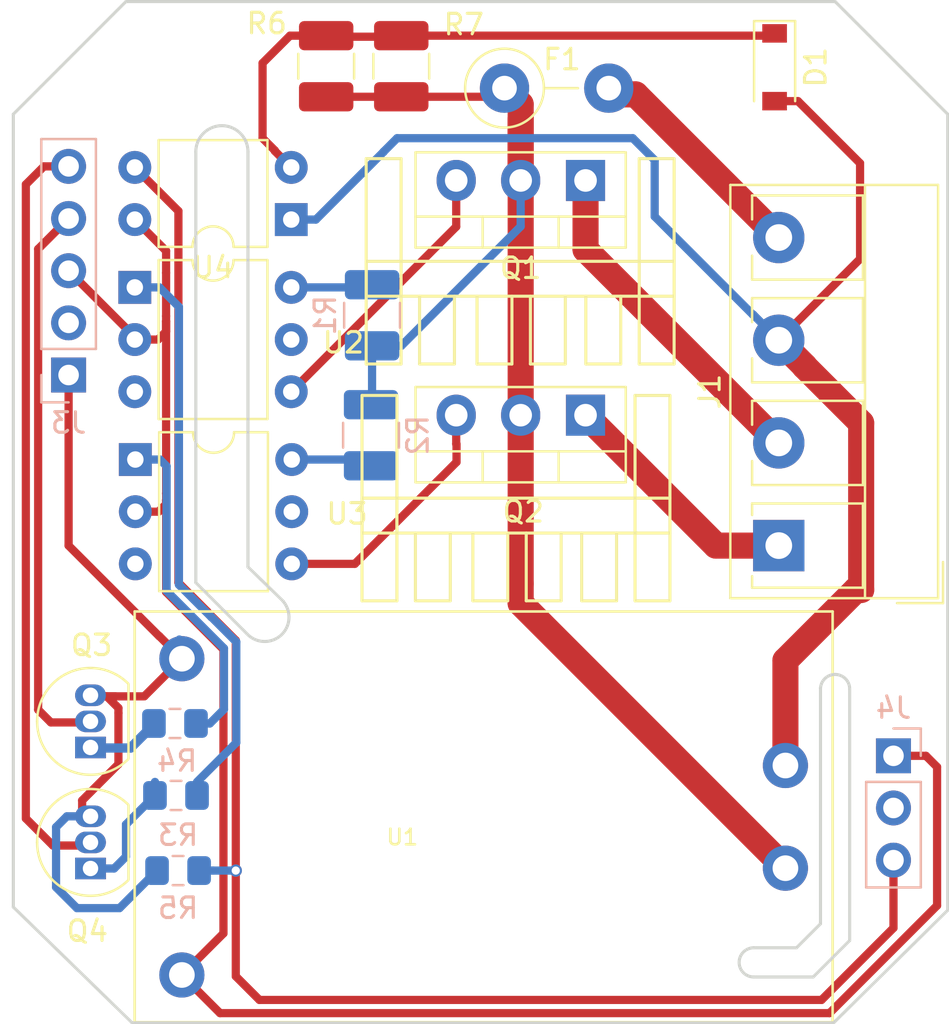
<source format=kicad_pcb>
(kicad_pcb (version 20171130) (host pcbnew 5.0.1)

  (general
    (thickness 1.6)
    (drawings 70)
    (tracks 162)
    (zones 0)
    (modules 22)
    (nets 20)
  )

  (page User 150.012 150.012)
  (title_block
    (title "RS485 Sensor Board")
    (date 2017-02-21)
    (rev V1.2)
    (company "Janco & Jacco")
  )

  (layers
    (0 F.Cu signal)
    (31 B.Cu signal)
    (32 B.Adhes user)
    (33 F.Adhes user)
    (34 B.Paste user)
    (35 F.Paste user)
    (36 B.SilkS user)
    (37 F.SilkS user)
    (38 B.Mask user)
    (39 F.Mask user)
    (40 Dwgs.User user hide)
    (41 Cmts.User user hide)
    (42 Eco1.User user hide)
    (43 Eco2.User user hide)
    (44 Edge.Cuts user)
    (45 Margin user hide)
    (46 B.CrtYd user)
    (47 F.CrtYd user)
    (48 B.Fab user hide)
    (49 F.Fab user hide)
  )

  (setup
    (last_trace_width 0.4)
    (user_trace_width 0.4)
    (user_trace_width 1.27)
    (trace_clearance 0.2)
    (zone_clearance 0.508)
    (zone_45_only yes)
    (trace_min 0.4)
    (segment_width 0.2)
    (edge_width 0.15)
    (via_size 0.6)
    (via_drill 0.4)
    (via_min_size 0.4)
    (via_min_drill 0.3)
    (uvia_size 0.3)
    (uvia_drill 0.1)
    (uvias_allowed no)
    (uvia_min_size 0.2)
    (uvia_min_drill 0.1)
    (pcb_text_width 0.3)
    (pcb_text_size 1.5 1.5)
    (mod_edge_width 0.15)
    (mod_text_size 1 1)
    (mod_text_width 0.15)
    (pad_size 1.905 2)
    (pad_drill 1.1)
    (pad_to_mask_clearance 0.2)
    (solder_mask_min_width 0.25)
    (aux_axis_origin 116.713 49.911)
    (grid_origin 54.483 49.6316)
    (visible_elements FFFFFF7F)
    (pcbplotparams
      (layerselection 0x3f0ff_80000001)
      (usegerberextensions false)
      (usegerberattributes false)
      (usegerberadvancedattributes false)
      (creategerberjobfile false)
      (excludeedgelayer true)
      (linewidth 0.100000)
      (plotframeref false)
      (viasonmask false)
      (mode 1)
      (useauxorigin false)
      (hpglpennumber 1)
      (hpglpenspeed 20)
      (hpglpendiameter 15.000000)
      (psnegative false)
      (psa4output false)
      (plotreference true)
      (plotvalue true)
      (plotinvisibletext false)
      (padsonsilk false)
      (subtractmaskfromsilk false)
      (outputformat 1)
      (mirror false)
      (drillshape 0)
      (scaleselection 1)
      (outputdirectory "outputv4/"))
  )

  (net 0 "")
  (net 1 GND)
  (net 2 "Net-(R1-Pad1)")
  (net 3 +3V3)
  (net 4 "Net-(J3-Pad4)")
  (net 5 "Net-(J3-Pad5)")
  (net 6 LINE)
  (net 7 NEUT)
  (net 8 "Net-(F1-Pad2)")
  (net 9 "Net-(J1-Pad1)")
  (net 10 "Net-(J1-Pad2)")
  (net 11 "Net-(Q1-Pad3)")
  (net 12 "Net-(Q2-Pad3)")
  (net 13 "Net-(R2-Pad1)")
  (net 14 "Net-(R3-Pad2)")
  (net 15 "Net-(R4-Pad2)")
  (net 16 "Net-(J4-Pad3)")
  (net 17 "Net-(D1-Pad1)")
  (net 18 "Net-(Q3-Pad1)")
  (net 19 "Net-(Q4-Pad1)")

  (net_class Default "Dit is de standaard class."
    (clearance 0.2)
    (trace_width 0.4)
    (via_dia 0.6)
    (via_drill 0.4)
    (uvia_dia 0.3)
    (uvia_drill 0.1)
    (add_net +3V3)
    (add_net GND)
    (add_net LINE)
    (add_net NEUT)
    (add_net "Net-(D1-Pad1)")
    (add_net "Net-(F1-Pad2)")
    (add_net "Net-(J1-Pad1)")
    (add_net "Net-(J1-Pad2)")
    (add_net "Net-(J3-Pad4)")
    (add_net "Net-(J3-Pad5)")
    (add_net "Net-(J4-Pad3)")
    (add_net "Net-(Q1-Pad3)")
    (add_net "Net-(Q2-Pad3)")
    (add_net "Net-(Q3-Pad1)")
    (add_net "Net-(Q4-Pad1)")
    (add_net "Net-(R1-Pad1)")
    (add_net "Net-(R2-Pad1)")
    (add_net "Net-(R3-Pad2)")
    (add_net "Net-(R4-Pad2)")
  )

  (net_class 12V ""
    (clearance 0.2)
    (trace_width 0.4)
    (via_dia 0.6)
    (via_drill 0.4)
    (uvia_dia 0.3)
    (uvia_drill 0.1)
  )

  (module Package_DIP:DIP-4_W7.62mm (layer F.Cu) (tedit 5A02E8C5) (tstamp 5C005E8A)
    (at 42.164 35.9156 180)
    (descr "4-lead though-hole mounted DIP package, row spacing 7.62 mm (300 mils)")
    (tags "THT DIP DIL PDIP 2.54mm 7.62mm 300mil")
    (path /5C00D35E)
    (fp_text reference U4 (at 3.81 -2.33 180) (layer F.SilkS)
      (effects (font (size 1 1) (thickness 0.15)))
    )
    (fp_text value CPC1301 (at 3.81 4.87 180) (layer F.Fab)
      (effects (font (size 1 1) (thickness 0.15)))
    )
    (fp_arc (start 3.81 -1.33) (end 2.81 -1.33) (angle -180) (layer F.SilkS) (width 0.12))
    (fp_line (start 1.635 -1.27) (end 6.985 -1.27) (layer F.Fab) (width 0.1))
    (fp_line (start 6.985 -1.27) (end 6.985 3.81) (layer F.Fab) (width 0.1))
    (fp_line (start 6.985 3.81) (end 0.635 3.81) (layer F.Fab) (width 0.1))
    (fp_line (start 0.635 3.81) (end 0.635 -0.27) (layer F.Fab) (width 0.1))
    (fp_line (start 0.635 -0.27) (end 1.635 -1.27) (layer F.Fab) (width 0.1))
    (fp_line (start 2.81 -1.33) (end 1.16 -1.33) (layer F.SilkS) (width 0.12))
    (fp_line (start 1.16 -1.33) (end 1.16 3.87) (layer F.SilkS) (width 0.12))
    (fp_line (start 1.16 3.87) (end 6.46 3.87) (layer F.SilkS) (width 0.12))
    (fp_line (start 6.46 3.87) (end 6.46 -1.33) (layer F.SilkS) (width 0.12))
    (fp_line (start 6.46 -1.33) (end 4.81 -1.33) (layer F.SilkS) (width 0.12))
    (fp_line (start -1.1 -1.55) (end -1.1 4.1) (layer F.CrtYd) (width 0.05))
    (fp_line (start -1.1 4.1) (end 8.7 4.1) (layer F.CrtYd) (width 0.05))
    (fp_line (start 8.7 4.1) (end 8.7 -1.55) (layer F.CrtYd) (width 0.05))
    (fp_line (start 8.7 -1.55) (end -1.1 -1.55) (layer F.CrtYd) (width 0.05))
    (fp_text user %R (at 3.81 1.27 180) (layer F.Fab)
      (effects (font (size 1 1) (thickness 0.15)))
    )
    (pad 1 thru_hole rect (at 0 0 180) (size 1.6 1.6) (drill 0.8) (layers *.Cu *.Mask)
      (net 7 NEUT))
    (pad 3 thru_hole oval (at 7.62 2.54 180) (size 1.6 1.6) (drill 0.8) (layers *.Cu *.Mask)
      (net 16 "Net-(J4-Pad3)"))
    (pad 2 thru_hole oval (at 0 2.54 180) (size 1.6 1.6) (drill 0.8) (layers *.Cu *.Mask)
      (net 17 "Net-(D1-Pad1)"))
    (pad 4 thru_hole oval (at 7.62 0 180) (size 1.6 1.6) (drill 0.8) (layers *.Cu *.Mask)
      (net 1 GND))
    (model ${KISYS3DMOD}/Package_DIP.3dshapes/DIP-4_W7.62mm.wrl
      (at (xyz 0 0 0))
      (scale (xyz 1 1 1))
      (rotate (xyz 0 0 0))
    )
  )

  (module Diode_SMD:D_SOD-123 (layer F.Cu) (tedit 58645DC7) (tstamp 5C1C20FA)
    (at 65.7098 28.4988 270)
    (descr SOD-123)
    (tags SOD-123)
    (path /5C00D522)
    (attr smd)
    (fp_text reference D1 (at 0 -2 270) (layer F.SilkS)
      (effects (font (size 1 1) (thickness 0.15)))
    )
    (fp_text value IN4148 (at 0 2.1 270) (layer F.Fab)
      (effects (font (size 1 1) (thickness 0.15)))
    )
    (fp_line (start -2.25 -1) (end 1.65 -1) (layer F.SilkS) (width 0.12))
    (fp_line (start -2.25 1) (end 1.65 1) (layer F.SilkS) (width 0.12))
    (fp_line (start -2.35 -1.15) (end -2.35 1.15) (layer F.CrtYd) (width 0.05))
    (fp_line (start 2.35 1.15) (end -2.35 1.15) (layer F.CrtYd) (width 0.05))
    (fp_line (start 2.35 -1.15) (end 2.35 1.15) (layer F.CrtYd) (width 0.05))
    (fp_line (start -2.35 -1.15) (end 2.35 -1.15) (layer F.CrtYd) (width 0.05))
    (fp_line (start -1.4 -0.9) (end 1.4 -0.9) (layer F.Fab) (width 0.1))
    (fp_line (start 1.4 -0.9) (end 1.4 0.9) (layer F.Fab) (width 0.1))
    (fp_line (start 1.4 0.9) (end -1.4 0.9) (layer F.Fab) (width 0.1))
    (fp_line (start -1.4 0.9) (end -1.4 -0.9) (layer F.Fab) (width 0.1))
    (fp_line (start -0.75 0) (end -0.35 0) (layer F.Fab) (width 0.1))
    (fp_line (start -0.35 0) (end -0.35 -0.55) (layer F.Fab) (width 0.1))
    (fp_line (start -0.35 0) (end -0.35 0.55) (layer F.Fab) (width 0.1))
    (fp_line (start -0.35 0) (end 0.25 -0.4) (layer F.Fab) (width 0.1))
    (fp_line (start 0.25 -0.4) (end 0.25 0.4) (layer F.Fab) (width 0.1))
    (fp_line (start 0.25 0.4) (end -0.35 0) (layer F.Fab) (width 0.1))
    (fp_line (start 0.25 0) (end 0.75 0) (layer F.Fab) (width 0.1))
    (fp_line (start -2.25 -1) (end -2.25 1) (layer F.SilkS) (width 0.12))
    (fp_text user %R (at 0 -2 270) (layer F.Fab)
      (effects (font (size 1 1) (thickness 0.15)))
    )
    (pad 2 smd rect (at 1.65 0 270) (size 0.9 1.2) (layers F.Cu F.Paste F.Mask)
      (net 7 NEUT))
    (pad 1 smd rect (at -1.65 0 270) (size 0.9 1.2) (layers F.Cu F.Paste F.Mask)
      (net 17 "Net-(D1-Pad1)"))
    (model ${KISYS3DMOD}/Diode_SMD.3dshapes/D_SOD-123.wrl
      (at (xyz 0 0 0))
      (scale (xyz 1 1 1))
      (rotate (xyz 0 0 0))
    )
  )

  (module Resistor_SMD:R_0805_2012Metric_Pad1.15x1.40mm_HandSolder (layer B.Cu) (tedit 5B36C52B) (tstamp 5C28EA2A)
    (at 36.5506 63.9572)
    (descr "Resistor SMD 0805 (2012 Metric), square (rectangular) end terminal, IPC_7351 nominal with elongated pad for handsoldering. (Body size source: https://docs.google.com/spreadsheets/d/1BsfQQcO9C6DZCsRaXUlFlo91Tg2WpOkGARC1WS5S8t0/edit?usp=sharing), generated with kicad-footprint-generator")
    (tags "resistor handsolder")
    (path /5BFAEEBD)
    (attr smd)
    (fp_text reference R3 (at 0.1016 1.9304) (layer B.SilkS)
      (effects (font (size 1 1) (thickness 0.15)) (justify mirror))
    )
    (fp_text value 75 (at 0 -1.65) (layer B.Fab)
      (effects (font (size 1 1) (thickness 0.15)) (justify mirror))
    )
    (fp_text user %R (at 0 0) (layer B.Fab)
      (effects (font (size 0.5 0.5) (thickness 0.08)) (justify mirror))
    )
    (fp_line (start 1.85 -0.95) (end -1.85 -0.95) (layer B.CrtYd) (width 0.05))
    (fp_line (start 1.85 0.95) (end 1.85 -0.95) (layer B.CrtYd) (width 0.05))
    (fp_line (start -1.85 0.95) (end 1.85 0.95) (layer B.CrtYd) (width 0.05))
    (fp_line (start -1.85 -0.95) (end -1.85 0.95) (layer B.CrtYd) (width 0.05))
    (fp_line (start -0.261252 -0.71) (end 0.261252 -0.71) (layer B.SilkS) (width 0.12))
    (fp_line (start -0.261252 0.71) (end 0.261252 0.71) (layer B.SilkS) (width 0.12))
    (fp_line (start 1 -0.6) (end -1 -0.6) (layer B.Fab) (width 0.1))
    (fp_line (start 1 0.6) (end 1 -0.6) (layer B.Fab) (width 0.1))
    (fp_line (start -1 0.6) (end 1 0.6) (layer B.Fab) (width 0.1))
    (fp_line (start -1 -0.6) (end -1 0.6) (layer B.Fab) (width 0.1))
    (pad 2 smd roundrect (at 1.025 0) (size 1.15 1.4) (layers B.Cu B.Paste B.Mask) (roundrect_rratio 0.217391)
      (net 14 "Net-(R3-Pad2)"))
    (pad 1 smd roundrect (at -1.025 0) (size 1.15 1.4) (layers B.Cu B.Paste B.Mask) (roundrect_rratio 0.217391)
      (net 19 "Net-(Q4-Pad1)"))
    (model ${KISYS3DMOD}/Resistor_SMD.3dshapes/R_0805_2012Metric.wrl
      (at (xyz 0 0 0))
      (scale (xyz 1 1 1))
      (rotate (xyz 0 0 0))
    )
  )

  (module Power_Supply:HLK-PM03 (layer F.Cu) (tedit 58C3763E) (tstamp 5C06216D)
    (at 51.5366 64.9986 180)
    (path /5BFAD944)
    (fp_text reference U1 (at 3.9624 -0.9906) (layer F.SilkS)
      (effects (font (size 0.762 0.762) (thickness 0.127)))
    )
    (fp_text value HLK-PM03 (at 0 11 180) (layer F.Fab)
      (effects (font (size 0.762 0.762) (thickness 0.127)))
    )
    (fp_line (start 17 10) (end 17 -10) (layer F.SilkS) (width 0.127))
    (fp_line (start -17 -10) (end -17 10) (layer F.SilkS) (width 0.127))
    (fp_line (start -17 10) (end 17 10) (layer F.SilkS) (width 0.127))
    (fp_line (start 17 -10) (end -17 -10) (layer F.SilkS) (width 0.127))
    (pad 1 thru_hole circle (at -14.7 -2.5 180) (size 2.2 2.2) (drill 1.25) (layers *.Cu *.Mask)
      (net 6 LINE))
    (pad 2 thru_hole circle (at -14.7 2.5 180) (size 2.2 2.2) (drill 1.25) (layers *.Cu *.Mask)
      (net 7 NEUT))
    (pad 3 thru_hole circle (at 14.7 -7.7 180) (size 2.2 2.2) (drill 1.25) (layers *.Cu *.Mask)
      (net 1 GND))
    (pad 4 thru_hole circle (at 14.7 7.7 180) (size 2.2 2.2) (drill 1.25) (layers *.Cu *.Mask)
      (net 3 +3V3))
    (model ${JUSTALIB}/3D/Power_Supplies/AC_DC_Converters/VRML/HLK-PM01.wrl
      (at (xyz 0 0 0))
      (scale (xyz 1 1 1))
      (rotate (xyz 0 0 0))
    )
  )

  (module Resistor_THT:R_Axial_DIN0411_L9.9mm_D3.6mm_P5.08mm_Vertical (layer F.Cu) (tedit 5AE5139B) (tstamp 5BFC9125)
    (at 52.5526 29.5148)
    (descr "Resistor, Axial_DIN0411 series, Axial, Vertical, pin pitch=5.08mm, 1W, length*diameter=9.9*3.6mm^2")
    (tags "Resistor Axial_DIN0411 series Axial Vertical pin pitch 5.08mm 1W length 9.9mm diameter 3.6mm")
    (path /5BFAD7F9)
    (fp_text reference F1 (at 2.794 -1.397) (layer F.SilkS)
      (effects (font (size 1 1) (thickness 0.15)))
    )
    (fp_text value "Glass fuse 10mm 3A" (at 2.54 2.92) (layer F.Fab)
      (effects (font (size 1 1) (thickness 0.15)))
    )
    (fp_text user %R (at 2.54 -2.92) (layer F.Fab)
      (effects (font (size 1 1) (thickness 0.15)))
    )
    (fp_line (start 6.53 -2.05) (end -2.05 -2.05) (layer F.CrtYd) (width 0.05))
    (fp_line (start 6.53 2.05) (end 6.53 -2.05) (layer F.CrtYd) (width 0.05))
    (fp_line (start -2.05 2.05) (end 6.53 2.05) (layer F.CrtYd) (width 0.05))
    (fp_line (start -2.05 -2.05) (end -2.05 2.05) (layer F.CrtYd) (width 0.05))
    (fp_line (start 1.92 0) (end 3.58 0) (layer F.SilkS) (width 0.12))
    (fp_line (start 0 0) (end 5.08 0) (layer F.Fab) (width 0.1))
    (fp_circle (center 0 0) (end 1.92 0) (layer F.SilkS) (width 0.12))
    (fp_circle (center 0 0) (end 1.8 0) (layer F.Fab) (width 0.1))
    (pad 2 thru_hole oval (at 5.08 0) (size 2.4 2.4) (drill 1.2) (layers *.Cu *.Mask)
      (net 8 "Net-(F1-Pad2)"))
    (pad 1 thru_hole circle (at 0 0) (size 2.4 2.4) (drill 1.2) (layers *.Cu *.Mask)
      (net 6 LINE))
    (model ${KISYS3DMOD}/Resistor_THT.3dshapes/R_Axial_DIN0411_L9.9mm_D3.6mm_P5.08mm_Vertical.wrl
      (at (xyz 0 0 0))
      (scale (xyz 1 1 1))
      (rotate (xyz 0 0 0))
    )
  )

  (module sensorboard_library:TO-220-heatsink (layer F.Cu) (tedit 5C0066DD) (tstamp 5C0E0B6A)
    (at 53.3146 37.9476)
    (fp_text reference REF** (at 0.2 -1.8) (layer F.SilkS) hide
      (effects (font (size 1 1) (thickness 0.15)))
    )
    (fp_text value TO-220-heatsink (at 0 -3.81) (layer F.Fab)
      (effects (font (size 1 1) (thickness 0.15)))
    )
    (fp_line (start -2.1 5) (end -0.4 5) (layer F.SilkS) (width 0.15))
    (fp_line (start -2.1 1.7) (end -2.1 5) (layer F.SilkS) (width 0.15))
    (fp_line (start -0.4 5) (end -0.4 1.7) (layer F.SilkS) (width 0.15))
    (fp_line (start 4.9 5) (end 4.9 1.7) (layer F.SilkS) (width 0.15))
    (fp_line (start 3.2 1.7) (end 3.2 5) (layer F.SilkS) (width 0.15))
    (fp_line (start 3.2 5) (end 4.9 5) (layer F.SilkS) (width 0.15))
    (fp_line (start 2.2 5) (end 2.2 1.7) (layer F.SilkS) (width 0.15))
    (fp_line (start 0.5 1.7) (end 0.5 5) (layer F.SilkS) (width 0.15))
    (fp_line (start 0.5 5) (end 2.2 5) (layer F.SilkS) (width 0.15))
    (fp_line (start -3.2 5) (end -3.2 1.7) (layer F.SilkS) (width 0.15))
    (fp_line (start -4.9 5) (end -3.2 5) (layer F.SilkS) (width 0.15))
    (fp_line (start -4.9 1.7) (end -4.9 5) (layer F.SilkS) (width 0.15))
    (fp_line (start 7.5 5) (end 7.5 1.7) (layer F.SilkS) (width 0.15))
    (fp_line (start 5.8 5) (end 7.5 5) (layer F.SilkS) (width 0.15))
    (fp_line (start 5.8 1.7) (end 5.8 5) (layer F.SilkS) (width 0.15))
    (fp_line (start -5.8 5) (end -5.8 0.9) (layer F.SilkS) (width 0.15))
    (fp_line (start -7.5 5) (end -5.8 5) (layer F.SilkS) (width 0.15))
    (fp_line (start -7.5 0) (end -7.5 5) (layer F.SilkS) (width 0.15))
    (fp_line (start -5.8 1.7) (end 5.9 1.7) (layer F.SilkS) (width 0.15))
    (fp_line (start 5.8 1.7) (end 5.8 0) (layer F.SilkS) (width 0.15))
    (fp_line (start 7.5 1.7) (end 5.8 1.7) (layer F.SilkS) (width 0.15))
    (fp_line (start 7.5 0) (end 7.5 1.7) (layer F.SilkS) (width 0.15))
    (fp_line (start -5.8 1.7) (end -5.8 -0.1) (layer F.SilkS) (width 0.15))
    (fp_line (start -7.5 1.7) (end -5.8 1.7) (layer F.SilkS) (width 0.15))
    (fp_line (start -7.5 0) (end -7.5 1.7) (layer F.SilkS) (width 0.15))
    (fp_line (start -5.8 -5) (end -5.8 0) (layer F.SilkS) (width 0.15))
    (fp_line (start -7.5 -5) (end -5.8 -5) (layer F.SilkS) (width 0.15))
    (fp_line (start -7.5 0) (end -7.5 -5) (layer F.SilkS) (width 0.15))
    (fp_line (start 5.8 -5) (end 5.8 0) (layer F.SilkS) (width 0.15))
    (fp_line (start 7.5 -5) (end 5.8 -5) (layer F.SilkS) (width 0.15))
    (fp_line (start 7.5 0) (end 7.5 -5) (layer F.SilkS) (width 0.15))
    (fp_line (start 7.5 0) (end -7.5 0) (layer F.SilkS) (width 0.15))
  )

  (module Package_DIP:DIP-6_W7.62mm (layer F.Cu) (tedit 5A02E8C5) (tstamp 5BFAEF70)
    (at 34.544 39.2176)
    (descr "6-lead though-hole mounted DIP package, row spacing 7.62 mm (300 mils)")
    (tags "THT DIP DIL PDIP 2.54mm 7.62mm 300mil")
    (path /5BFAEA80)
    (fp_text reference U2 (at 10.16 2.6924) (layer F.SilkS)
      (effects (font (size 1 1) (thickness 0.15)))
    )
    (fp_text value MOC3052 (at 3.81 7.41) (layer F.Fab)
      (effects (font (size 1 1) (thickness 0.15)))
    )
    (fp_text user %R (at 2.7432 1.8288) (layer F.Fab)
      (effects (font (size 1 1) (thickness 0.15)))
    )
    (fp_line (start 8.7 -1.55) (end -1.1 -1.55) (layer F.CrtYd) (width 0.05))
    (fp_line (start 8.7 6.6) (end 8.7 -1.55) (layer F.CrtYd) (width 0.05))
    (fp_line (start -1.1 6.6) (end 8.7 6.6) (layer F.CrtYd) (width 0.05))
    (fp_line (start -1.1 -1.55) (end -1.1 6.6) (layer F.CrtYd) (width 0.05))
    (fp_line (start 6.46 -1.33) (end 4.81 -1.33) (layer F.SilkS) (width 0.12))
    (fp_line (start 6.46 6.41) (end 6.46 -1.33) (layer F.SilkS) (width 0.12))
    (fp_line (start 1.16 6.41) (end 6.46 6.41) (layer F.SilkS) (width 0.12))
    (fp_line (start 1.16 -1.33) (end 1.16 6.41) (layer F.SilkS) (width 0.12))
    (fp_line (start 2.81 -1.33) (end 1.16 -1.33) (layer F.SilkS) (width 0.12))
    (fp_line (start 0.635 -0.27) (end 1.635 -1.27) (layer F.Fab) (width 0.1))
    (fp_line (start 0.635 6.35) (end 0.635 -0.27) (layer F.Fab) (width 0.1))
    (fp_line (start 6.985 6.35) (end 0.635 6.35) (layer F.Fab) (width 0.1))
    (fp_line (start 6.985 -1.27) (end 6.985 6.35) (layer F.Fab) (width 0.1))
    (fp_line (start 1.635 -1.27) (end 6.985 -1.27) (layer F.Fab) (width 0.1))
    (fp_arc (start 3.81 -1.33) (end 2.81 -1.33) (angle -180) (layer F.SilkS) (width 0.12))
    (pad 6 thru_hole oval (at 7.62 0) (size 1.6 1.6) (drill 0.8) (layers *.Cu *.Mask)
      (net 2 "Net-(R1-Pad1)"))
    (pad 3 thru_hole oval (at 0 5.08) (size 1.6 1.6) (drill 0.8) (layers *.Cu *.Mask))
    (pad 5 thru_hole oval (at 7.62 2.54) (size 1.6 1.6) (drill 0.8) (layers *.Cu *.Mask))
    (pad 2 thru_hole oval (at 0 2.54) (size 1.6 1.6) (drill 0.8) (layers *.Cu *.Mask)
      (net 1 GND))
    (pad 4 thru_hole oval (at 7.62 5.08) (size 1.6 1.6) (drill 0.8) (layers *.Cu *.Mask)
      (net 11 "Net-(Q1-Pad3)"))
    (pad 1 thru_hole rect (at 0 0) (size 1.6 1.6) (drill 0.8) (layers *.Cu *.Mask)
      (net 14 "Net-(R3-Pad2)"))
    (model ${KISYS3DMOD}/Package_DIP.3dshapes/DIP-6_W7.62mm.wrl
      (at (xyz 0 0 0))
      (scale (xyz 1 1 1))
      (rotate (xyz 0 0 0))
    )
  )

  (module Connector_PinHeader_2.54mm:PinHeader_1x03_P2.54mm_Vertical (layer B.Cu) (tedit 59FED5CC) (tstamp 5C140525)
    (at 71.501 62.0268 180)
    (descr "Through hole straight pin header, 1x03, 2.54mm pitch, single row")
    (tags "Through hole pin header THT 1x03 2.54mm single row")
    (path /5BFAE116)
    (fp_text reference J4 (at 0 2.33 180) (layer B.SilkS)
      (effects (font (size 1 1) (thickness 0.15)) (justify mirror))
    )
    (fp_text value Conn_01x03_Male (at -4.6482 -3.0734 270) (layer B.Fab)
      (effects (font (size 1 1) (thickness 0.15)) (justify mirror))
    )
    (fp_text user %R (at 0 -2.54 90) (layer B.Fab)
      (effects (font (size 1 1) (thickness 0.15)) (justify mirror))
    )
    (fp_line (start 1.8 1.8) (end -1.8 1.8) (layer B.CrtYd) (width 0.05))
    (fp_line (start 1.8 -6.85) (end 1.8 1.8) (layer B.CrtYd) (width 0.05))
    (fp_line (start -1.8 -6.85) (end 1.8 -6.85) (layer B.CrtYd) (width 0.05))
    (fp_line (start -1.8 1.8) (end -1.8 -6.85) (layer B.CrtYd) (width 0.05))
    (fp_line (start -1.33 1.33) (end 0 1.33) (layer B.SilkS) (width 0.12))
    (fp_line (start -1.33 0) (end -1.33 1.33) (layer B.SilkS) (width 0.12))
    (fp_line (start -1.33 -1.27) (end 1.33 -1.27) (layer B.SilkS) (width 0.12))
    (fp_line (start 1.33 -1.27) (end 1.33 -6.41) (layer B.SilkS) (width 0.12))
    (fp_line (start -1.33 -1.27) (end -1.33 -6.41) (layer B.SilkS) (width 0.12))
    (fp_line (start -1.33 -6.41) (end 1.33 -6.41) (layer B.SilkS) (width 0.12))
    (fp_line (start -1.27 0.635) (end -0.635 1.27) (layer B.Fab) (width 0.1))
    (fp_line (start -1.27 -6.35) (end -1.27 0.635) (layer B.Fab) (width 0.1))
    (fp_line (start 1.27 -6.35) (end -1.27 -6.35) (layer B.Fab) (width 0.1))
    (fp_line (start 1.27 1.27) (end 1.27 -6.35) (layer B.Fab) (width 0.1))
    (fp_line (start -0.635 1.27) (end 1.27 1.27) (layer B.Fab) (width 0.1))
    (pad 3 thru_hole oval (at 0 -5.08 180) (size 1.7 1.7) (drill 1) (layers *.Cu *.Mask)
      (net 16 "Net-(J4-Pad3)"))
    (pad 2 thru_hole oval (at 0 -2.54 180) (size 1.7 1.7) (drill 1) (layers *.Cu *.Mask))
    (pad 1 thru_hole rect (at 0 0 180) (size 1.7 1.7) (drill 1) (layers *.Cu *.Mask)
      (net 1 GND))
    (model ${KISYS3DMOD}/Connector_PinHeader_2.54mm.3dshapes/PinHeader_1x03_P2.54mm_Vertical.wrl
      (at (xyz 0 0 0))
      (scale (xyz 1 1 1))
      (rotate (xyz 0 0 0))
    )
  )

  (module Resistor_SMD:R_0805_2012Metric_Pad1.15x1.40mm_HandSolder (layer B.Cu) (tedit 5B36C52B) (tstamp 5C1405E1)
    (at 36.6522 67.6148)
    (descr "Resistor SMD 0805 (2012 Metric), square (rectangular) end terminal, IPC_7351 nominal with elongated pad for handsoldering. (Body size source: https://docs.google.com/spreadsheets/d/1BsfQQcO9C6DZCsRaXUlFlo91Tg2WpOkGARC1WS5S8t0/edit?usp=sharing), generated with kicad-footprint-generator")
    (tags "resistor handsolder")
    (path /5BFB4011)
    (attr smd)
    (fp_text reference R5 (at 0 1.8288) (layer B.SilkS)
      (effects (font (size 1 1) (thickness 0.15)) (justify mirror))
    )
    (fp_text value 10K (at 0 -1.65) (layer B.Fab)
      (effects (font (size 1 1) (thickness 0.15)) (justify mirror))
    )
    (fp_text user %R (at 0 0) (layer B.Fab)
      (effects (font (size 0.5 0.5) (thickness 0.08)) (justify mirror))
    )
    (fp_line (start 1.85 -0.95) (end -1.85 -0.95) (layer B.CrtYd) (width 0.05))
    (fp_line (start 1.85 0.95) (end 1.85 -0.95) (layer B.CrtYd) (width 0.05))
    (fp_line (start -1.85 0.95) (end 1.85 0.95) (layer B.CrtYd) (width 0.05))
    (fp_line (start -1.85 -0.95) (end -1.85 0.95) (layer B.CrtYd) (width 0.05))
    (fp_line (start -0.261252 -0.71) (end 0.261252 -0.71) (layer B.SilkS) (width 0.12))
    (fp_line (start -0.261252 0.71) (end 0.261252 0.71) (layer B.SilkS) (width 0.12))
    (fp_line (start 1 -0.6) (end -1 -0.6) (layer B.Fab) (width 0.1))
    (fp_line (start 1 0.6) (end 1 -0.6) (layer B.Fab) (width 0.1))
    (fp_line (start -1 0.6) (end 1 0.6) (layer B.Fab) (width 0.1))
    (fp_line (start -1 -0.6) (end -1 0.6) (layer B.Fab) (width 0.1))
    (pad 2 smd roundrect (at 1.025 0) (size 1.15 1.4) (layers B.Cu B.Paste B.Mask) (roundrect_rratio 0.217391)
      (net 16 "Net-(J4-Pad3)"))
    (pad 1 smd roundrect (at -1.025 0) (size 1.15 1.4) (layers B.Cu B.Paste B.Mask) (roundrect_rratio 0.217391)
      (net 3 +3V3))
    (model ${KISYS3DMOD}/Resistor_SMD.3dshapes/R_0805_2012Metric.wrl
      (at (xyz 0 0 0))
      (scale (xyz 1 1 1))
      (rotate (xyz 0 0 0))
    )
  )

  (module Resistor_SMD:R_0805_2012Metric_Pad1.15x1.40mm_HandSolder (layer B.Cu) (tedit 5B36C52B) (tstamp 5BFACF87)
    (at 36.4998 60.452)
    (descr "Resistor SMD 0805 (2012 Metric), square (rectangular) end terminal, IPC_7351 nominal with elongated pad for handsoldering. (Body size source: https://docs.google.com/spreadsheets/d/1BsfQQcO9C6DZCsRaXUlFlo91Tg2WpOkGARC1WS5S8t0/edit?usp=sharing), generated with kicad-footprint-generator")
    (tags "resistor handsolder")
    (path /5BFAF2C7)
    (attr smd)
    (fp_text reference R4 (at 0.1016 1.8288) (layer B.SilkS)
      (effects (font (size 1 1) (thickness 0.15)) (justify mirror))
    )
    (fp_text value 75 (at 0 -1.65) (layer B.Fab)
      (effects (font (size 1 1) (thickness 0.15)) (justify mirror))
    )
    (fp_text user %R (at 0 0) (layer B.Fab)
      (effects (font (size 0.5 0.5) (thickness 0.08)) (justify mirror))
    )
    (fp_line (start 1.85 -0.95) (end -1.85 -0.95) (layer B.CrtYd) (width 0.05))
    (fp_line (start 1.85 0.95) (end 1.85 -0.95) (layer B.CrtYd) (width 0.05))
    (fp_line (start -1.85 0.95) (end 1.85 0.95) (layer B.CrtYd) (width 0.05))
    (fp_line (start -1.85 -0.95) (end -1.85 0.95) (layer B.CrtYd) (width 0.05))
    (fp_line (start -0.261252 -0.71) (end 0.261252 -0.71) (layer B.SilkS) (width 0.12))
    (fp_line (start -0.261252 0.71) (end 0.261252 0.71) (layer B.SilkS) (width 0.12))
    (fp_line (start 1 -0.6) (end -1 -0.6) (layer B.Fab) (width 0.1))
    (fp_line (start 1 0.6) (end 1 -0.6) (layer B.Fab) (width 0.1))
    (fp_line (start -1 0.6) (end 1 0.6) (layer B.Fab) (width 0.1))
    (fp_line (start -1 -0.6) (end -1 0.6) (layer B.Fab) (width 0.1))
    (pad 2 smd roundrect (at 1.025 0) (size 1.15 1.4) (layers B.Cu B.Paste B.Mask) (roundrect_rratio 0.217391)
      (net 15 "Net-(R4-Pad2)"))
    (pad 1 smd roundrect (at -1.025 0) (size 1.15 1.4) (layers B.Cu B.Paste B.Mask) (roundrect_rratio 0.217391)
      (net 18 "Net-(Q3-Pad1)"))
    (model ${KISYS3DMOD}/Resistor_SMD.3dshapes/R_0805_2012Metric.wrl
      (at (xyz 0 0 0))
      (scale (xyz 1 1 1))
      (rotate (xyz 0 0 0))
    )
  )

  (module TerminalBlock_RND:TerminalBlock_RND_205-00278_1x04_P5.00mm_Vertical (layer F.Cu) (tedit 5B294ECF) (tstamp 5BFB3892)
    (at 65.913 51.7906 90)
    (descr "terminal block RND 205-00080, vertical (cable from top), 4 pins, pitch 5mm, size 20x10mm^2, drill diamater 1.3mm, pad diameter 2.5mm, see http://cdn-reichelt.de/documents/datenblatt/C151/RND_205-00276_DB_EN.pdf, script-generated with , script-generated using https://github.com/pointhi/kicad-footprint-generator/scripts/TerminalBlock_RND")
    (tags "THT terminal block RND 205-00080 vertical pitch 5mm size 20x10mm^2 drill 1.3mm pad 2.5mm")
    (path /5BFAD55E)
    (fp_text reference J1 (at 7.5 -3.36 90) (layer F.SilkS)
      (effects (font (size 1 1) (thickness 0.15)))
    )
    (fp_text value Screw_Terminal_01x04 (at 7.5 8.76 90) (layer F.Fab)
      (effects (font (size 1 1) (thickness 0.15)))
    )
    (fp_text user %R (at 7.5 5.7 90) (layer F.Fab)
      (effects (font (size 1 1) (thickness 0.15)))
    )
    (fp_line (start 18 -2.8) (end -3 -2.8) (layer F.CrtYd) (width 0.05))
    (fp_line (start 18 8.2) (end 18 -2.8) (layer F.CrtYd) (width 0.05))
    (fp_line (start -3 8.2) (end 18 8.2) (layer F.CrtYd) (width 0.05))
    (fp_line (start -3 -2.8) (end -3 8.2) (layer F.CrtYd) (width 0.05))
    (fp_line (start -2.8 8) (end -0.8 8) (layer F.SilkS) (width 0.12))
    (fp_line (start -2.8 5.76) (end -2.8 8) (layer F.SilkS) (width 0.12))
    (fp_line (start 17.05 -1.3) (end 12.95 -1.3) (layer F.Fab) (width 0.1))
    (fp_line (start 17.05 4.1) (end 17.05 -1.3) (layer F.Fab) (width 0.1))
    (fp_line (start 12.95 4.1) (end 17.05 4.1) (layer F.Fab) (width 0.1))
    (fp_line (start 12.95 -1.3) (end 12.95 4.1) (layer F.Fab) (width 0.1))
    (fp_line (start 17.05 -1.3) (end 17.05 4.1) (layer F.SilkS) (width 0.12))
    (fp_line (start 12.95 -1.3) (end 12.95 4.1) (layer F.SilkS) (width 0.12))
    (fp_line (start 12.95 4.1) (end 17.05 4.1) (layer F.SilkS) (width 0.12))
    (fp_line (start 15.884 -1.3) (end 17.05 -1.3) (layer F.SilkS) (width 0.12))
    (fp_line (start 12.95 -1.3) (end 14.117 -1.3) (layer F.SilkS) (width 0.12))
    (fp_line (start 12.05 -1.3) (end 7.95 -1.3) (layer F.Fab) (width 0.1))
    (fp_line (start 12.05 4.1) (end 12.05 -1.3) (layer F.Fab) (width 0.1))
    (fp_line (start 7.95 4.1) (end 12.05 4.1) (layer F.Fab) (width 0.1))
    (fp_line (start 7.95 -1.3) (end 7.95 4.1) (layer F.Fab) (width 0.1))
    (fp_line (start 12.05 -1.3) (end 12.05 4.1) (layer F.SilkS) (width 0.12))
    (fp_line (start 7.95 -1.3) (end 7.95 4.1) (layer F.SilkS) (width 0.12))
    (fp_line (start 7.95 4.1) (end 12.05 4.1) (layer F.SilkS) (width 0.12))
    (fp_line (start 10.884 -1.3) (end 12.05 -1.3) (layer F.SilkS) (width 0.12))
    (fp_line (start 7.95 -1.3) (end 9.117 -1.3) (layer F.SilkS) (width 0.12))
    (fp_line (start 7.05 -1.3) (end 2.95 -1.3) (layer F.Fab) (width 0.1))
    (fp_line (start 7.05 4.1) (end 7.05 -1.3) (layer F.Fab) (width 0.1))
    (fp_line (start 2.95 4.1) (end 7.05 4.1) (layer F.Fab) (width 0.1))
    (fp_line (start 2.95 -1.3) (end 2.95 4.1) (layer F.Fab) (width 0.1))
    (fp_line (start 7.05 -1.3) (end 7.05 4.1) (layer F.SilkS) (width 0.12))
    (fp_line (start 2.95 -1.3) (end 2.95 4.1) (layer F.SilkS) (width 0.12))
    (fp_line (start 2.95 4.1) (end 7.05 4.1) (layer F.SilkS) (width 0.12))
    (fp_line (start 5.884 -1.3) (end 7.05 -1.3) (layer F.SilkS) (width 0.12))
    (fp_line (start 2.95 -1.3) (end 4.117 -1.3) (layer F.SilkS) (width 0.12))
    (fp_line (start 2.05 -1.3) (end -2.05 -1.3) (layer F.Fab) (width 0.1))
    (fp_line (start 2.05 4.1) (end 2.05 -1.3) (layer F.Fab) (width 0.1))
    (fp_line (start -2.05 4.1) (end 2.05 4.1) (layer F.Fab) (width 0.1))
    (fp_line (start -2.05 -1.3) (end -2.05 4.1) (layer F.Fab) (width 0.1))
    (fp_line (start 2.05 -1.3) (end 2.05 4.1) (layer F.SilkS) (width 0.12))
    (fp_line (start -2.05 -1.3) (end -2.05 4.1) (layer F.SilkS) (width 0.12))
    (fp_line (start -2.05 4.1) (end 2.05 4.1) (layer F.SilkS) (width 0.12))
    (fp_line (start 1.49 -1.3) (end 2.05 -1.3) (layer F.SilkS) (width 0.12))
    (fp_line (start -2.05 -1.3) (end -1.49 -1.3) (layer F.SilkS) (width 0.12))
    (fp_line (start 17.561 -2.36) (end 17.561 7.76) (layer F.SilkS) (width 0.12))
    (fp_line (start -2.56 -2.36) (end -2.56 7.76) (layer F.SilkS) (width 0.12))
    (fp_line (start -2.56 7.76) (end 17.561 7.76) (layer F.SilkS) (width 0.12))
    (fp_line (start -2.56 -2.36) (end 17.561 -2.36) (layer F.SilkS) (width 0.12))
    (fp_line (start -2.56 4.2) (end 17.561 4.2) (layer F.SilkS) (width 0.12))
    (fp_line (start -2.5 4.2) (end 17.5 4.2) (layer F.Fab) (width 0.1))
    (fp_line (start -2.5 5.7) (end -2.5 -2.3) (layer F.Fab) (width 0.1))
    (fp_line (start -0.5 7.7) (end -2.5 5.7) (layer F.Fab) (width 0.1))
    (fp_line (start 17.5 7.7) (end -0.5 7.7) (layer F.Fab) (width 0.1))
    (fp_line (start 17.5 -2.3) (end 17.5 7.7) (layer F.Fab) (width 0.1))
    (fp_line (start -2.5 -2.3) (end 17.5 -2.3) (layer F.Fab) (width 0.1))
    (pad 4 thru_hole circle (at 15 0 90) (size 2.5 2.5) (drill 1.3) (layers *.Cu *.Mask)
      (net 8 "Net-(F1-Pad2)"))
    (pad 3 thru_hole circle (at 10 0 90) (size 2.5 2.5) (drill 1.3) (layers *.Cu *.Mask)
      (net 7 NEUT))
    (pad 2 thru_hole circle (at 5 0 90) (size 2.5 2.5) (drill 1.3) (layers *.Cu *.Mask)
      (net 10 "Net-(J1-Pad2)"))
    (pad 1 thru_hole rect (at 0 0 90) (size 2.5 2.5) (drill 1.3) (layers *.Cu *.Mask)
      (net 9 "Net-(J1-Pad1)"))
    (model ${KISYS3DMOD}/TerminalBlock_RND.3dshapes/TerminalBlock_RND_205-00278_1x04_P5.00mm_Vertical.wrl
      (at (xyz 0 0 0))
      (scale (xyz 1 1 1))
      (rotate (xyz 0 0 0))
    )
  )

  (module Package_DIP:DIP-6_W7.62mm (layer F.Cu) (tedit 5A02E8C5) (tstamp 5C28FEBE)
    (at 34.5694 47.5996)
    (descr "6-lead though-hole mounted DIP package, row spacing 7.62 mm (300 mils)")
    (tags "THT DIP DIL PDIP 2.54mm 7.62mm 300mil")
    (path /5BFAF2AD)
    (fp_text reference U3 (at 10.3124 2.6416) (layer F.SilkS)
      (effects (font (size 1 1) (thickness 0.15)))
    )
    (fp_text value MOC3052 (at 3.81 7.41) (layer F.Fab)
      (effects (font (size 1 1) (thickness 0.15)))
    )
    (fp_arc (start 3.81 -1.33) (end 2.81 -1.33) (angle -180) (layer F.SilkS) (width 0.12))
    (fp_line (start 1.635 -1.27) (end 6.985 -1.27) (layer F.Fab) (width 0.1))
    (fp_line (start 6.985 -1.27) (end 6.985 6.35) (layer F.Fab) (width 0.1))
    (fp_line (start 6.985 6.35) (end 0.635 6.35) (layer F.Fab) (width 0.1))
    (fp_line (start 0.635 6.35) (end 0.635 -0.27) (layer F.Fab) (width 0.1))
    (fp_line (start 0.635 -0.27) (end 1.635 -1.27) (layer F.Fab) (width 0.1))
    (fp_line (start 2.81 -1.33) (end 1.16 -1.33) (layer F.SilkS) (width 0.12))
    (fp_line (start 1.16 -1.33) (end 1.16 6.41) (layer F.SilkS) (width 0.12))
    (fp_line (start 1.16 6.41) (end 6.46 6.41) (layer F.SilkS) (width 0.12))
    (fp_line (start 6.46 6.41) (end 6.46 -1.33) (layer F.SilkS) (width 0.12))
    (fp_line (start 6.46 -1.33) (end 4.81 -1.33) (layer F.SilkS) (width 0.12))
    (fp_line (start -1.1 -1.55) (end -1.1 6.6) (layer F.CrtYd) (width 0.05))
    (fp_line (start -1.1 6.6) (end 8.7 6.6) (layer F.CrtYd) (width 0.05))
    (fp_line (start 8.7 6.6) (end 8.7 -1.55) (layer F.CrtYd) (width 0.05))
    (fp_line (start 8.7 -1.55) (end -1.1 -1.55) (layer F.CrtYd) (width 0.05))
    (fp_text user %R (at 3.81 2.54) (layer F.Fab)
      (effects (font (size 1 1) (thickness 0.15)))
    )
    (pad 1 thru_hole rect (at 0 0) (size 1.6 1.6) (drill 0.8) (layers *.Cu *.Mask)
      (net 15 "Net-(R4-Pad2)"))
    (pad 4 thru_hole oval (at 7.62 5.08) (size 1.6 1.6) (drill 0.8) (layers *.Cu *.Mask)
      (net 12 "Net-(Q2-Pad3)"))
    (pad 2 thru_hole oval (at 0 2.54) (size 1.6 1.6) (drill 0.8) (layers *.Cu *.Mask)
      (net 1 GND))
    (pad 5 thru_hole oval (at 7.62 2.54) (size 1.6 1.6) (drill 0.8) (layers *.Cu *.Mask))
    (pad 3 thru_hole oval (at 0 5.08) (size 1.6 1.6) (drill 0.8) (layers *.Cu *.Mask))
    (pad 6 thru_hole oval (at 7.62 0) (size 1.6 1.6) (drill 0.8) (layers *.Cu *.Mask)
      (net 13 "Net-(R2-Pad1)"))
    (model ${KISYS3DMOD}/Package_DIP.3dshapes/DIP-6_W7.62mm.wrl
      (at (xyz 0 0 0))
      (scale (xyz 1 1 1))
      (rotate (xyz 0 0 0))
    )
  )

  (module Connector_PinHeader_2.54mm:PinHeader_1x05_P2.54mm_Vertical (layer B.Cu) (tedit 5BF94ECE) (tstamp 5BF887AB)
    (at 31.3182 43.4848)
    (descr "Through hole straight pin header, 1x05, 2.54mm pitch, single row")
    (tags "Through hole pin header THT 1x05 2.54mm single row")
    (path /5BFADEEA)
    (fp_text reference J3 (at 0 2.33) (layer B.SilkS)
      (effects (font (size 1 1) (thickness 0.15)) (justify mirror))
    )
    (fp_text value Conn_01x05_Male (at -4.4196 -5.08 90) (layer B.Fab) hide
      (effects (font (size 1 1) (thickness 0.15)) (justify mirror))
    )
    (fp_text user %R (at 0 -5.08 -90) (layer B.Fab)
      (effects (font (size 1 1) (thickness 0.15)) (justify mirror))
    )
    (fp_line (start 1.8 1.8) (end -1.8 1.8) (layer B.CrtYd) (width 0.05))
    (fp_line (start 1.8 -11.95) (end 1.8 1.8) (layer B.CrtYd) (width 0.05))
    (fp_line (start -1.8 -11.95) (end 1.8 -11.95) (layer B.CrtYd) (width 0.05))
    (fp_line (start -1.8 1.8) (end -1.8 -11.95) (layer B.CrtYd) (width 0.05))
    (fp_line (start -1.33 1.33) (end 0 1.33) (layer B.SilkS) (width 0.12))
    (fp_line (start -1.33 0) (end -1.33 1.33) (layer B.SilkS) (width 0.12))
    (fp_line (start -1.33 -1.27) (end 1.33 -1.27) (layer B.SilkS) (width 0.12))
    (fp_line (start 1.33 -1.27) (end 1.33 -11.49) (layer B.SilkS) (width 0.12))
    (fp_line (start -1.33 -1.27) (end -1.33 -11.49) (layer B.SilkS) (width 0.12))
    (fp_line (start -1.33 -11.49) (end 1.33 -11.49) (layer B.SilkS) (width 0.12))
    (fp_line (start -1.27 0.635) (end -0.635 1.27) (layer B.Fab) (width 0.1))
    (fp_line (start -1.27 -11.43) (end -1.27 0.635) (layer B.Fab) (width 0.1))
    (fp_line (start 1.27 -11.43) (end -1.27 -11.43) (layer B.Fab) (width 0.1))
    (fp_line (start 1.27 1.27) (end 1.27 -11.43) (layer B.Fab) (width 0.1))
    (fp_line (start -0.635 1.27) (end 1.27 1.27) (layer B.Fab) (width 0.1))
    (pad 5 thru_hole oval (at 0 -10.16) (size 1.7 1.7) (drill 1) (layers *.Cu *.Mask)
      (net 5 "Net-(J3-Pad5)"))
    (pad 4 thru_hole oval (at 0 -7.62) (size 1.7 1.7) (drill 1) (layers *.Cu *.Mask)
      (net 4 "Net-(J3-Pad4)"))
    (pad 3 thru_hole oval (at 0 -5.08) (size 1.7 1.7) (drill 1) (layers *.Cu *.Mask)
      (net 1 GND))
    (pad 2 thru_hole oval (at 0 -2.54) (size 1.7 1.7) (drill 1) (layers *.Cu *.Mask))
    (pad 1 thru_hole rect (at 0 0) (size 1.7 1.7) (drill 1) (layers *.Cu *.Mask)
      (net 3 +3V3))
    (model ${KISYS3DMOD}/Connector_PinHeader_2.54mm.3dshapes/PinHeader_1x05_P2.54mm_Vertical.wrl
      (at (xyz 0 0 0))
      (scale (xyz 1 1 1))
      (rotate (xyz 0 0 0))
    )
  )

  (module Package_TO_SOT_THT:TO-220-3_Vertical (layer F.Cu) (tedit 5C003B59) (tstamp 5BFDD8E0)
    (at 55.88 34.0106 180)
    (descr "TO-220-3, Vertical, RM 2.54mm, see https://www.vishay.com/docs/66542/to-220-1.pdf")
    (tags "TO-220-3 Vertical RM 2.54mm")
    (path /5BFAE74D)
    (fp_text reference Q1 (at 2.54 -4.27 180) (layer F.SilkS)
      (effects (font (size 1 1) (thickness 0.15)))
    )
    (fp_text value BT136-600E (at 2.54 2.5 180) (layer F.Fab)
      (effects (font (size 1 1) (thickness 0.15)))
    )
    (fp_line (start -2.46 -3.15) (end -2.46 1.25) (layer F.Fab) (width 0.1))
    (fp_line (start -2.46 1.25) (end 7.54 1.25) (layer F.Fab) (width 0.1))
    (fp_line (start 7.54 1.25) (end 7.54 -3.15) (layer F.Fab) (width 0.1))
    (fp_line (start 7.54 -3.15) (end -2.46 -3.15) (layer F.Fab) (width 0.1))
    (fp_line (start -2.46 -1.88) (end 7.54 -1.88) (layer F.Fab) (width 0.1))
    (fp_line (start 0.69 -3.15) (end 0.69 -1.88) (layer F.Fab) (width 0.1))
    (fp_line (start 4.39 -3.15) (end 4.39 -1.88) (layer F.Fab) (width 0.1))
    (fp_line (start -2.58 -3.27) (end 7.66 -3.27) (layer F.SilkS) (width 0.12))
    (fp_line (start -2.58 1.371) (end 7.66 1.371) (layer F.SilkS) (width 0.12))
    (fp_line (start -2.58 -3.27) (end -2.58 1.371) (layer F.SilkS) (width 0.12))
    (fp_line (start 7.66 -3.27) (end 7.66 1.371) (layer F.SilkS) (width 0.12))
    (fp_line (start -2.58 -1.76) (end 7.66 -1.76) (layer F.SilkS) (width 0.12))
    (fp_line (start 0.69 -3.27) (end 0.69 -1.76) (layer F.SilkS) (width 0.12))
    (fp_line (start 4.391 -3.27) (end 4.391 -1.76) (layer F.SilkS) (width 0.12))
    (fp_line (start -2.71 -3.4) (end -2.71 1.51) (layer F.CrtYd) (width 0.05))
    (fp_line (start -2.71 1.51) (end 7.79 1.51) (layer F.CrtYd) (width 0.05))
    (fp_line (start 7.79 1.51) (end 7.79 -3.4) (layer F.CrtYd) (width 0.05))
    (fp_line (start 7.79 -3.4) (end -2.71 -3.4) (layer F.CrtYd) (width 0.05))
    (fp_text user %R (at 2.54 -4.27 180) (layer F.Fab)
      (effects (font (size 1 1) (thickness 0.15)))
    )
    (pad 1 thru_hole rect (at -0.62 0 180) (size 1.905 2) (drill 1.1) (layers *.Cu *.Mask)
      (net 10 "Net-(J1-Pad2)"))
    (pad 2 thru_hole oval (at 2.54 0 180) (size 1.905 2) (drill 1.1) (layers *.Cu *.Mask)
      (net 6 LINE))
    (pad 3 thru_hole oval (at 5.68 0 180) (size 1.905 2) (drill 1.1) (layers *.Cu *.Mask)
      (net 11 "Net-(Q1-Pad3)"))
    (model ${KISYS3DMOD}/Package_TO_SOT_THT.3dshapes/TO-220-3_Vertical.wrl
      (at (xyz 0 0 0))
      (scale (xyz 1 1 1))
      (rotate (xyz 0 0 0))
    )
  )

  (module Package_TO_SOT_THT:TO-220-3_Vertical (layer F.Cu) (tedit 5C003B2C) (tstamp 5C003EA0)
    (at 55.88 45.4406 180)
    (descr "TO-220-3, Vertical, RM 2.54mm, see https://www.vishay.com/docs/66542/to-220-1.pdf")
    (tags "TO-220-3 Vertical RM 2.54mm")
    (path /5BFAF29E)
    (fp_text reference Q2 (at 2.413 -4.699 180) (layer F.SilkS)
      (effects (font (size 1 1) (thickness 0.15)))
    )
    (fp_text value BT136-600E (at 2.54 2.5 180) (layer F.Fab)
      (effects (font (size 1 1) (thickness 0.15)))
    )
    (fp_text user %R (at 2.54 -4.27 180) (layer F.Fab)
      (effects (font (size 1 1) (thickness 0.15)))
    )
    (fp_line (start 7.79 -3.4) (end -2.71 -3.4) (layer F.CrtYd) (width 0.05))
    (fp_line (start 7.79 1.51) (end 7.79 -3.4) (layer F.CrtYd) (width 0.05))
    (fp_line (start -2.71 1.51) (end 7.79 1.51) (layer F.CrtYd) (width 0.05))
    (fp_line (start -2.71 -3.4) (end -2.71 1.51) (layer F.CrtYd) (width 0.05))
    (fp_line (start 4.391 -3.27) (end 4.391 -1.76) (layer F.SilkS) (width 0.12))
    (fp_line (start 0.69 -3.27) (end 0.69 -1.76) (layer F.SilkS) (width 0.12))
    (fp_line (start -2.58 -1.76) (end 7.66 -1.76) (layer F.SilkS) (width 0.12))
    (fp_line (start 7.66 -3.27) (end 7.66 1.371) (layer F.SilkS) (width 0.12))
    (fp_line (start -2.58 -3.27) (end -2.58 1.371) (layer F.SilkS) (width 0.12))
    (fp_line (start -2.58 1.371) (end 7.66 1.371) (layer F.SilkS) (width 0.12))
    (fp_line (start -2.58 -3.27) (end 7.66 -3.27) (layer F.SilkS) (width 0.12))
    (fp_line (start 4.39 -3.15) (end 4.39 -1.88) (layer F.Fab) (width 0.1))
    (fp_line (start 0.69 -3.15) (end 0.69 -1.88) (layer F.Fab) (width 0.1))
    (fp_line (start -2.46 -1.88) (end 7.54 -1.88) (layer F.Fab) (width 0.1))
    (fp_line (start 7.54 -3.15) (end -2.46 -3.15) (layer F.Fab) (width 0.1))
    (fp_line (start 7.54 1.25) (end 7.54 -3.15) (layer F.Fab) (width 0.1))
    (fp_line (start -2.46 1.25) (end 7.54 1.25) (layer F.Fab) (width 0.1))
    (fp_line (start -2.46 -3.15) (end -2.46 1.25) (layer F.Fab) (width 0.1))
    (pad 3 thru_hole oval (at 5.68 0 180) (size 1.905 2) (drill 1.1) (layers *.Cu *.Mask)
      (net 12 "Net-(Q2-Pad3)"))
    (pad 2 thru_hole oval (at 2.54 0 180) (size 1.905 2) (drill 1.1) (layers *.Cu *.Mask)
      (net 6 LINE))
    (pad 1 thru_hole rect (at -0.62 0 180) (size 1.905 2) (drill 1.1) (layers *.Cu *.Mask)
      (net 9 "Net-(J1-Pad1)"))
    (model ${KISYS3DMOD}/Package_TO_SOT_THT.3dshapes/TO-220-3_Vertical.wrl
      (at (xyz 0 0 0))
      (scale (xyz 1 1 1))
      (rotate (xyz 0 0 0))
    )
  )

  (module Resistor_SMD:R_1210_3225Metric_Pad1.42x2.65mm_HandSolder (layer B.Cu) (tedit 5B301BBD) (tstamp 5C00392E)
    (at 46.101 40.5749 270)
    (descr "Resistor SMD 1210 (3225 Metric), square (rectangular) end terminal, IPC_7351 nominal with elongated pad for handsoldering. (Body size source: http://www.tortai-tech.com/upload/download/2011102023233369053.pdf), generated with kicad-footprint-generator")
    (tags "resistor handsolder")
    (path /5BFAE8F2)
    (attr smd)
    (fp_text reference R1 (at 0 2.28 270) (layer B.SilkS)
      (effects (font (size 1 1) (thickness 0.15)) (justify mirror))
    )
    (fp_text value 360 (at 0 -2.28 270) (layer B.Fab)
      (effects (font (size 1 1) (thickness 0.15)) (justify mirror))
    )
    (fp_line (start -1.6 -1.25) (end -1.6 1.25) (layer B.Fab) (width 0.1))
    (fp_line (start -1.6 1.25) (end 1.6 1.25) (layer B.Fab) (width 0.1))
    (fp_line (start 1.6 1.25) (end 1.6 -1.25) (layer B.Fab) (width 0.1))
    (fp_line (start 1.6 -1.25) (end -1.6 -1.25) (layer B.Fab) (width 0.1))
    (fp_line (start -0.602064 1.36) (end 0.602064 1.36) (layer B.SilkS) (width 0.12))
    (fp_line (start -0.602064 -1.36) (end 0.602064 -1.36) (layer B.SilkS) (width 0.12))
    (fp_line (start -2.45 -1.58) (end -2.45 1.58) (layer B.CrtYd) (width 0.05))
    (fp_line (start -2.45 1.58) (end 2.45 1.58) (layer B.CrtYd) (width 0.05))
    (fp_line (start 2.45 1.58) (end 2.45 -1.58) (layer B.CrtYd) (width 0.05))
    (fp_line (start 2.45 -1.58) (end -2.45 -1.58) (layer B.CrtYd) (width 0.05))
    (fp_text user %R (at 0 0 270) (layer B.Fab)
      (effects (font (size 0.8 0.8) (thickness 0.12)) (justify mirror))
    )
    (pad 1 smd roundrect (at -1.4875 0 270) (size 1.425 2.65) (layers B.Cu B.Paste B.Mask) (roundrect_rratio 0.175439)
      (net 2 "Net-(R1-Pad1)"))
    (pad 2 smd roundrect (at 1.4875 0 270) (size 1.425 2.65) (layers B.Cu B.Paste B.Mask) (roundrect_rratio 0.175439)
      (net 6 LINE))
    (model ${KISYS3DMOD}/Resistor_SMD.3dshapes/R_1210_3225Metric.wrl
      (at (xyz 0 0 0))
      (scale (xyz 1 1 1))
      (rotate (xyz 0 0 0))
    )
  )

  (module Resistor_SMD:R_1210_3225Metric_Pad1.42x2.65mm_HandSolder locked (layer B.Cu) (tedit 5B301BBD) (tstamp 5C00393E)
    (at 46.0502 46.4169 90)
    (descr "Resistor SMD 1210 (3225 Metric), square (rectangular) end terminal, IPC_7351 nominal with elongated pad for handsoldering. (Body size source: http://www.tortai-tech.com/upload/download/2011102023233369053.pdf), generated with kicad-footprint-generator")
    (tags "resistor handsolder")
    (path /5BFAF2A6)
    (attr smd)
    (fp_text reference R2 (at 0 2.28 90) (layer B.SilkS)
      (effects (font (size 1 1) (thickness 0.15)) (justify mirror))
    )
    (fp_text value 360 (at 0 -2.28 90) (layer B.Fab)
      (effects (font (size 1 1) (thickness 0.15)) (justify mirror))
    )
    (fp_text user %R (at 0 0 90) (layer B.Fab)
      (effects (font (size 0.8 0.8) (thickness 0.12)) (justify mirror))
    )
    (fp_line (start 2.45 -1.58) (end -2.45 -1.58) (layer B.CrtYd) (width 0.05))
    (fp_line (start 2.45 1.58) (end 2.45 -1.58) (layer B.CrtYd) (width 0.05))
    (fp_line (start -2.45 1.58) (end 2.45 1.58) (layer B.CrtYd) (width 0.05))
    (fp_line (start -2.45 -1.58) (end -2.45 1.58) (layer B.CrtYd) (width 0.05))
    (fp_line (start -0.602064 -1.36) (end 0.602064 -1.36) (layer B.SilkS) (width 0.12))
    (fp_line (start -0.602064 1.36) (end 0.602064 1.36) (layer B.SilkS) (width 0.12))
    (fp_line (start 1.6 -1.25) (end -1.6 -1.25) (layer B.Fab) (width 0.1))
    (fp_line (start 1.6 1.25) (end 1.6 -1.25) (layer B.Fab) (width 0.1))
    (fp_line (start -1.6 1.25) (end 1.6 1.25) (layer B.Fab) (width 0.1))
    (fp_line (start -1.6 -1.25) (end -1.6 1.25) (layer B.Fab) (width 0.1))
    (pad 2 smd roundrect (at 1.4875 0 90) (size 1.425 2.65) (layers B.Cu B.Paste B.Mask) (roundrect_rratio 0.175439)
      (net 6 LINE))
    (pad 1 smd roundrect (at -1.4875 0 90) (size 1.425 2.65) (layers B.Cu B.Paste B.Mask) (roundrect_rratio 0.175439)
      (net 13 "Net-(R2-Pad1)"))
    (model ${KISYS3DMOD}/Resistor_SMD.3dshapes/R_1210_3225Metric.wrl
      (at (xyz 0 0 0))
      (scale (xyz 1 1 1))
      (rotate (xyz 0 0 0))
    )
  )

  (module sensorboard_library:TO-220-heatsink (layer F.Cu) (tedit 5C0066DD) (tstamp 5C0E06DC)
    (at 53.1114 49.4792)
    (fp_text reference REF** (at 0.2 -1.8) (layer F.SilkS) hide
      (effects (font (size 1 1) (thickness 0.15)))
    )
    (fp_text value TO-220-heatsink (at 0 -3.81) (layer F.Fab)
      (effects (font (size 1 1) (thickness 0.15)))
    )
    (fp_line (start 7.5 0) (end -7.5 0) (layer F.SilkS) (width 0.15))
    (fp_line (start 7.5 0) (end 7.5 -5) (layer F.SilkS) (width 0.15))
    (fp_line (start 7.5 -5) (end 5.8 -5) (layer F.SilkS) (width 0.15))
    (fp_line (start 5.8 -5) (end 5.8 0) (layer F.SilkS) (width 0.15))
    (fp_line (start -7.5 0) (end -7.5 -5) (layer F.SilkS) (width 0.15))
    (fp_line (start -7.5 -5) (end -5.8 -5) (layer F.SilkS) (width 0.15))
    (fp_line (start -5.8 -5) (end -5.8 0) (layer F.SilkS) (width 0.15))
    (fp_line (start -7.5 0) (end -7.5 1.7) (layer F.SilkS) (width 0.15))
    (fp_line (start -7.5 1.7) (end -5.8 1.7) (layer F.SilkS) (width 0.15))
    (fp_line (start -5.8 1.7) (end -5.8 -0.1) (layer F.SilkS) (width 0.15))
    (fp_line (start 7.5 0) (end 7.5 1.7) (layer F.SilkS) (width 0.15))
    (fp_line (start 7.5 1.7) (end 5.8 1.7) (layer F.SilkS) (width 0.15))
    (fp_line (start 5.8 1.7) (end 5.8 0) (layer F.SilkS) (width 0.15))
    (fp_line (start -5.8 1.7) (end 5.9 1.7) (layer F.SilkS) (width 0.15))
    (fp_line (start -7.5 0) (end -7.5 5) (layer F.SilkS) (width 0.15))
    (fp_line (start -7.5 5) (end -5.8 5) (layer F.SilkS) (width 0.15))
    (fp_line (start -5.8 5) (end -5.8 0.9) (layer F.SilkS) (width 0.15))
    (fp_line (start 5.8 1.7) (end 5.8 5) (layer F.SilkS) (width 0.15))
    (fp_line (start 5.8 5) (end 7.5 5) (layer F.SilkS) (width 0.15))
    (fp_line (start 7.5 5) (end 7.5 1.7) (layer F.SilkS) (width 0.15))
    (fp_line (start -4.9 1.7) (end -4.9 5) (layer F.SilkS) (width 0.15))
    (fp_line (start -4.9 5) (end -3.2 5) (layer F.SilkS) (width 0.15))
    (fp_line (start -3.2 5) (end -3.2 1.7) (layer F.SilkS) (width 0.15))
    (fp_line (start 0.5 5) (end 2.2 5) (layer F.SilkS) (width 0.15))
    (fp_line (start 0.5 1.7) (end 0.5 5) (layer F.SilkS) (width 0.15))
    (fp_line (start 2.2 5) (end 2.2 1.7) (layer F.SilkS) (width 0.15))
    (fp_line (start 3.2 5) (end 4.9 5) (layer F.SilkS) (width 0.15))
    (fp_line (start 3.2 1.7) (end 3.2 5) (layer F.SilkS) (width 0.15))
    (fp_line (start 4.9 5) (end 4.9 1.7) (layer F.SilkS) (width 0.15))
    (fp_line (start -0.4 5) (end -0.4 1.7) (layer F.SilkS) (width 0.15))
    (fp_line (start -2.1 1.7) (end -2.1 5) (layer F.SilkS) (width 0.15))
    (fp_line (start -2.1 5) (end -0.4 5) (layer F.SilkS) (width 0.15))
  )

  (module Resistor_SMD:R_1210_3225Metric_Pad1.42x2.65mm_HandSolder (layer F.Cu) (tedit 5B301BBD) (tstamp 5C100B32)
    (at 47.5234 28.448 270)
    (descr "Resistor SMD 1210 (3225 Metric), square (rectangular) end terminal, IPC_7351 nominal with elongated pad for handsoldering. (Body size source: http://www.tortai-tech.com/upload/download/2011102023233369053.pdf), generated with kicad-footprint-generator")
    (tags "resistor handsolder")
    (path /5C0267BE)
    (attr smd)
    (fp_text reference R7 (at -2.032 -3.048) (layer F.SilkS)
      (effects (font (size 1 1) (thickness 0.15)))
    )
    (fp_text value 1M (at 0 2.28 270) (layer F.Fab)
      (effects (font (size 1 1) (thickness 0.15)))
    )
    (fp_line (start -1.6 1.25) (end -1.6 -1.25) (layer F.Fab) (width 0.1))
    (fp_line (start -1.6 -1.25) (end 1.6 -1.25) (layer F.Fab) (width 0.1))
    (fp_line (start 1.6 -1.25) (end 1.6 1.25) (layer F.Fab) (width 0.1))
    (fp_line (start 1.6 1.25) (end -1.6 1.25) (layer F.Fab) (width 0.1))
    (fp_line (start -0.602064 -1.36) (end 0.602064 -1.36) (layer F.SilkS) (width 0.12))
    (fp_line (start -0.602064 1.36) (end 0.602064 1.36) (layer F.SilkS) (width 0.12))
    (fp_line (start -2.45 1.58) (end -2.45 -1.58) (layer F.CrtYd) (width 0.05))
    (fp_line (start -2.45 -1.58) (end 2.45 -1.58) (layer F.CrtYd) (width 0.05))
    (fp_line (start 2.45 -1.58) (end 2.45 1.58) (layer F.CrtYd) (width 0.05))
    (fp_line (start 2.45 1.58) (end -2.45 1.58) (layer F.CrtYd) (width 0.05))
    (fp_text user %R (at 0 0 270) (layer F.Fab)
      (effects (font (size 0.8 0.8) (thickness 0.12)))
    )
    (pad 1 smd roundrect (at -1.4875 0 270) (size 1.425 2.65) (layers F.Cu F.Paste F.Mask) (roundrect_rratio 0.175439)
      (net 17 "Net-(D1-Pad1)"))
    (pad 2 smd roundrect (at 1.4875 0 270) (size 1.425 2.65) (layers F.Cu F.Paste F.Mask) (roundrect_rratio 0.175439)
      (net 6 LINE))
    (model ${KISYS3DMOD}/Resistor_SMD.3dshapes/R_1210_3225Metric.wrl
      (at (xyz 0 0 0))
      (scale (xyz 1 1 1))
      (rotate (xyz 0 0 0))
    )
  )

  (module Resistor_SMD:R_1210_3225Metric_Pad1.42x2.65mm_HandSolder (layer F.Cu) (tedit 5B301BBD) (tstamp 5C100E20)
    (at 43.8658 28.448 270)
    (descr "Resistor SMD 1210 (3225 Metric), square (rectangular) end terminal, IPC_7351 nominal with elongated pad for handsoldering. (Body size source: http://www.tortai-tech.com/upload/download/2011102023233369053.pdf), generated with kicad-footprint-generator")
    (tags "resistor handsolder")
    (path /5BFB25DA)
    (attr smd)
    (fp_text reference R6 (at -2.0828 2.8956) (layer F.SilkS)
      (effects (font (size 1 1) (thickness 0.15)))
    )
    (fp_text value 680K (at 0 2.28 270) (layer F.Fab)
      (effects (font (size 1 1) (thickness 0.15)))
    )
    (fp_line (start -1.6 1.25) (end -1.6 -1.25) (layer F.Fab) (width 0.1))
    (fp_line (start -1.6 -1.25) (end 1.6 -1.25) (layer F.Fab) (width 0.1))
    (fp_line (start 1.6 -1.25) (end 1.6 1.25) (layer F.Fab) (width 0.1))
    (fp_line (start 1.6 1.25) (end -1.6 1.25) (layer F.Fab) (width 0.1))
    (fp_line (start -0.602064 -1.36) (end 0.602064 -1.36) (layer F.SilkS) (width 0.12))
    (fp_line (start -0.602064 1.36) (end 0.602064 1.36) (layer F.SilkS) (width 0.12))
    (fp_line (start -2.45 1.58) (end -2.45 -1.58) (layer F.CrtYd) (width 0.05))
    (fp_line (start -2.45 -1.58) (end 2.45 -1.58) (layer F.CrtYd) (width 0.05))
    (fp_line (start 2.45 -1.58) (end 2.45 1.58) (layer F.CrtYd) (width 0.05))
    (fp_line (start 2.45 1.58) (end -2.45 1.58) (layer F.CrtYd) (width 0.05))
    (fp_text user %R (at 0 0 270) (layer F.Fab)
      (effects (font (size 0.8 0.8) (thickness 0.12)))
    )
    (pad 1 smd roundrect (at -1.4875 0 270) (size 1.425 2.65) (layers F.Cu F.Paste F.Mask) (roundrect_rratio 0.175439)
      (net 17 "Net-(D1-Pad1)"))
    (pad 2 smd roundrect (at 1.4875 0 270) (size 1.425 2.65) (layers F.Cu F.Paste F.Mask) (roundrect_rratio 0.175439)
      (net 6 LINE))
    (model ${KISYS3DMOD}/Resistor_SMD.3dshapes/R_1210_3225Metric.wrl
      (at (xyz 0 0 0))
      (scale (xyz 1 1 1))
      (rotate (xyz 0 0 0))
    )
  )

  (module Package_TO_SOT_THT:TO-92_Inline (layer F.Cu) (tedit 5A1DD157) (tstamp 5C283B53)
    (at 32.385 61.6204 90)
    (descr "TO-92 leads in-line, narrow, oval pads, drill 0.75mm (see NXP sot054_po.pdf)")
    (tags "to-92 sc-43 sc-43a sot54 PA33 transistor")
    (path /5C02E440)
    (fp_text reference Q3 (at 4.9784 0.0508 180) (layer F.SilkS)
      (effects (font (size 1 1) (thickness 0.15)))
    )
    (fp_text value 2N3904 (at 1.27 2.79 90) (layer F.Fab)
      (effects (font (size 1 1) (thickness 0.15)))
    )
    (fp_arc (start 1.27 0) (end 1.27 -2.6) (angle 135) (layer F.SilkS) (width 0.12))
    (fp_arc (start 1.27 0) (end 1.27 -2.48) (angle -135) (layer F.Fab) (width 0.1))
    (fp_arc (start 1.27 0) (end 1.27 -2.6) (angle -135) (layer F.SilkS) (width 0.12))
    (fp_arc (start 1.27 0) (end 1.27 -2.48) (angle 135) (layer F.Fab) (width 0.1))
    (fp_line (start 4 2.01) (end -1.46 2.01) (layer F.CrtYd) (width 0.05))
    (fp_line (start 4 2.01) (end 4 -2.73) (layer F.CrtYd) (width 0.05))
    (fp_line (start -1.46 -2.73) (end -1.46 2.01) (layer F.CrtYd) (width 0.05))
    (fp_line (start -1.46 -2.73) (end 4 -2.73) (layer F.CrtYd) (width 0.05))
    (fp_line (start -0.5 1.75) (end 3 1.75) (layer F.Fab) (width 0.1))
    (fp_line (start -0.53 1.85) (end 3.07 1.85) (layer F.SilkS) (width 0.12))
    (fp_text user %R (at 1.27 -3.56 90) (layer F.Fab)
      (effects (font (size 1 1) (thickness 0.15)))
    )
    (pad 1 thru_hole rect (at 0 0 90) (size 1.05 1.5) (drill 0.75) (layers *.Cu *.Mask)
      (net 18 "Net-(Q3-Pad1)"))
    (pad 3 thru_hole oval (at 2.54 0 90) (size 1.05 1.5) (drill 0.75) (layers *.Cu *.Mask)
      (net 3 +3V3))
    (pad 2 thru_hole oval (at 1.27 0 90) (size 1.05 1.5) (drill 0.75) (layers *.Cu *.Mask)
      (net 4 "Net-(J3-Pad4)"))
    (model ${KISYS3DMOD}/Package_TO_SOT_THT.3dshapes/TO-92_Inline.wrl
      (at (xyz 0 0 0))
      (scale (xyz 1 1 1))
      (rotate (xyz 0 0 0))
    )
  )

  (module Package_TO_SOT_THT:TO-92_Inline (layer F.Cu) (tedit 5A1DD157) (tstamp 5C283B65)
    (at 32.385 67.5132 90)
    (descr "TO-92 leads in-line, narrow, oval pads, drill 0.75mm (see NXP sot054_po.pdf)")
    (tags "to-92 sc-43 sc-43a sot54 PA33 transistor")
    (path /5C02E55A)
    (fp_text reference Q4 (at -3.048 -0.1524 180) (layer F.SilkS)
      (effects (font (size 1 1) (thickness 0.15)))
    )
    (fp_text value 2N3904 (at 1.27 2.79 90) (layer F.Fab)
      (effects (font (size 1 1) (thickness 0.15)))
    )
    (fp_arc (start 1.27 0) (end 1.27 -2.6) (angle 135) (layer F.SilkS) (width 0.12))
    (fp_arc (start 1.27 0) (end 1.27 -2.48) (angle -135) (layer F.Fab) (width 0.1))
    (fp_arc (start 1.27 0) (end 1.27 -2.6) (angle -135) (layer F.SilkS) (width 0.12))
    (fp_arc (start 1.27 0) (end 1.27 -2.48) (angle 135) (layer F.Fab) (width 0.1))
    (fp_line (start 4 2.01) (end -1.46 2.01) (layer F.CrtYd) (width 0.05))
    (fp_line (start 4 2.01) (end 4 -2.73) (layer F.CrtYd) (width 0.05))
    (fp_line (start -1.46 -2.73) (end -1.46 2.01) (layer F.CrtYd) (width 0.05))
    (fp_line (start -1.46 -2.73) (end 4 -2.73) (layer F.CrtYd) (width 0.05))
    (fp_line (start -0.5 1.75) (end 3 1.75) (layer F.Fab) (width 0.1))
    (fp_line (start -0.53 1.85) (end 3.07 1.85) (layer F.SilkS) (width 0.12))
    (fp_text user %R (at 1.27 -3.56 90) (layer F.Fab)
      (effects (font (size 1 1) (thickness 0.15)))
    )
    (pad 1 thru_hole rect (at 0 0 90) (size 1.05 1.5) (drill 0.75) (layers *.Cu *.Mask)
      (net 19 "Net-(Q4-Pad1)"))
    (pad 3 thru_hole oval (at 2.54 0 90) (size 1.05 1.5) (drill 0.75) (layers *.Cu *.Mask)
      (net 3 +3V3))
    (pad 2 thru_hole oval (at 1.27 0 90) (size 1.05 1.5) (drill 0.75) (layers *.Cu *.Mask)
      (net 5 "Net-(J3-Pad5)"))
    (model ${KISYS3DMOD}/Package_TO_SOT_THT.3dshapes/TO-92_Inline.wrl
      (at (xyz 0 0 0))
      (scale (xyz 1 1 1))
      (rotate (xyz 0 0 0))
    )
  )

  (gr_line (start 40.0558 52.832) (end 41.783 54.5084) (layer Edge.Cuts) (width 0.15))
  (gr_line (start 37.5158 53.594) (end 40.005 56.0832) (layer Edge.Cuts) (width 0.15))
  (gr_line (start 67.945 70.1548) (end 67.945 70.2056) (layer Edge.Cuts) (width 0.15) (tstamp 5C007CBB))
  (gr_line (start 67.6402 72.7456) (end 67.5894 72.7964) (layer Edge.Cuts) (width 0.15) (tstamp 5C007CD4))
  (gr_line (start 69.3674 71.0184) (end 69.3674 58.7756) (layer Edge.Cuts) (width 0.15))
  (gr_line (start 67.6402 72.7456) (end 69.3674 71.0184) (layer Edge.Cuts) (width 0.15))
  (gr_line (start 64.6938 72.7964) (end 67.5894 72.7964) (layer Edge.Cuts) (width 0.15))
  (gr_arc (start 64.6938 72.0852) (end 64.6938 71.374) (angle -180) (layer Edge.Cuts) (width 0.15))
  (gr_line (start 67.945 70.1548) (end 67.945 58.7248) (layer Edge.Cuts) (width 0.15) (tstamp 5C0128C6))
  (gr_line (start 64.6938 71.374) (end 66.7766 71.374) (layer Edge.Cuts) (width 0.15))
  (gr_line (start 66.7766 71.374) (end 67.945 70.2056) (layer Edge.Cuts) (width 0.15))
  (gr_arc (start 68.6562 58.7756) (end 69.3674 58.7756) (angle -175.9143832) (layer Edge.Cuts) (width 0.15))
  (gr_line (start 40.0558 52.832) (end 40.0558 32.6136) (layer Edge.Cuts) (width 0.15) (tstamp 5C28AB42))
  (gr_line (start 37.5158 32.6136) (end 37.5158 53.594) (layer Edge.Cuts) (width 0.15))
  (gr_arc (start 38.7858 32.6136) (end 40.0558 32.6136) (angle -180) (layer Edge.Cuts) (width 0.15))
  (gr_arc (start 40.867808 55.272779) (end 40.005 56.0832) (angle -178.279507) (layer Edge.Cuts) (width 0.15))
  (gr_line (start 28.6258 69.3928) (end 34.417 75.0316) (layer Edge.Cuts) (width 0.15) (tstamp 5BFDCDCA))
  (gr_line (start 34.163 25.2984) (end 34.1122 25.2984) (layer Edge.Cuts) (width 0.15))
  (gr_line (start 68.6562 25.2984) (end 34.163 25.2984) (layer Edge.Cuts) (width 0.15))
  (gr_line (start 68.707 25.3492) (end 68.6562 25.2984) (layer Edge.Cuts) (width 0.15))
  (gr_line (start 74.1426 30.7848) (end 68.707 25.3492) (layer Edge.Cuts) (width 0.15))
  (gr_line (start 74.1426 69.5452) (end 74.1426 30.7848) (layer Edge.Cuts) (width 0.15))
  (gr_line (start 68.58 75.0316) (end 74.1426 69.5452) (layer Edge.Cuts) (width 0.15))
  (gr_line (start 34.417 75.0316) (end 68.58 75.0316) (layer Edge.Cuts) (width 0.15))
  (gr_line (start 28.6258 30.7848) (end 28.6258 69.3928) (layer Edge.Cuts) (width 0.15))
  (gr_line (start 34.1122 25.2984) (end 28.6258 30.7848) (layer Edge.Cuts) (width 0.15))
  (gr_line (start 35.580323 76.554304) (end 33.544378 76.554304) (layer Dwgs.User) (width 0.1))
  (gr_line (start 29.8958 31.832811) (end 28.500169 31.832811) (layer Dwgs.User) (width 0.1))
  (gr_line (start 28.500169 31.832811) (end 28.500169 44.881043) (layer Dwgs.User) (width 0.1))
  (gr_line (start 72.8958 71.051681) (end 70.945388 73.012559) (layer Dwgs.User) (width 0.1))
  (gr_line (start 70.945388 68.503542) (end 72.8958 68.503542) (layer Dwgs.User) (width 0.1))
  (gr_line (start 70.945388 68.503542) (end 70.945388 55.51527) (layer Dwgs.User) (width 0.1))
  (gr_line (start 70.945388 55.51527) (end 72.8958 55.51527) (layer Dwgs.User) (width 0.1))
  (gr_line (start 29.8958 31.832811) (end 31.863811 31.832811) (layer Dwgs.User) (width 0.1))
  (gr_line (start 72.8958 55.51527) (end 72.8958 68.503542) (layer Dwgs.User) (width 0.1))
  (gr_line (start 31.863811 31.832811) (end 31.863811 44.881043) (layer Dwgs.User) (width 0.1))
  (gr_line (start 68.822655 75.146681) (end 67.422545 76.554304) (layer Dwgs.User) (width 0.1))
  (gr_line (start 69.339665 76.554304) (end 67.422545 76.554304) (layer Dwgs.User) (width 0.1))
  (gr_line (start 29.8958 31.832811) (end 29.8958 29.325785) (layer Dwgs.User) (width 0.1))
  (gr_line (start 28.500169 71.584539) (end 33.544378 76.554304) (layer Dwgs.User) (width 0.1))
  (gr_line (start 29.8958 44.881043) (end 28.500169 44.881043) (layer Dwgs.User) (width 0.1))
  (gr_line (start 28.500169 69.578641) (end 35.580323 76.554304) (layer Dwgs.User) (width 0.1))
  (gr_line (start 70.418673 73.542099) (end 68.822655 75.146681) (layer Dwgs.User) (width 0.1))
  (gr_line (start 74.327334 69.612466) (end 72.8958 71.051681) (layer Dwgs.User) (width 0.1))
  (gr_line (start 74.327334 69.612466) (end 74.327334 71.539873) (layer Dwgs.User) (width 0.1))
  (gr_line (start 74.327334 71.539873) (end 69.339665 76.554304) (layer Dwgs.User) (width 0.1))
  (gr_line (start 29.8958 44.881043) (end 29.8958 31.832811) (layer Dwgs.User) (width 0.1))
  (gr_line (start 31.863811 44.881043) (end 29.8958 44.881043) (layer Dwgs.User) (width 0.1))
  (gr_line (start 35.580323 76.554304) (end 67.422545 76.554304) (layer Dwgs.User) (width 0.1))
  (gr_line (start 68.822655 75.146681) (end 34.151615 75.146681) (layer Dwgs.User) (width 0.1))
  (gr_line (start 29.8958 41.739855) (end 29.8958 70.953675) (layer Dwgs.User) (width 0.1))
  (gr_line (start 28.500169 71.584539) (end 28.500169 69.578641) (layer Dwgs.User) (width 0.1))
  (gr_line (start 72.8958 71.051681) (end 70.418673 73.542099) (layer Dwgs.User) (width 0.1))
  (gr_line (start 69.334819 23.749532) (end 74.327334 28.792009) (layer Dwgs.User) (width 0.1))
  (gr_line (start 74.327334 30.73281) (end 67.413248 23.749532) (layer Dwgs.User) (width 0.1))
  (gr_line (start 74.327334 69.612466) (end 74.327334 30.73281) (layer Dwgs.User) (width 0.1))
  (gr_line (start 74.327334 28.792009) (end 74.327334 30.73281) (layer Dwgs.User) (width 0.1))
  (gr_line (start 67.413248 23.749532) (end 69.334819 23.749532) (layer Dwgs.User) (width 0.1))
  (gr_line (start 72.8958 71.051681) (end 72.8958 29.286951) (layer Dwgs.User) (width 0.1))
  (gr_line (start 70.418673 73.542099) (end 70.418673 26.785034) (layer Dwgs.User) (width 0.1))
  (gr_line (start 28.500169 28.73878) (end 33.495114 23.749532) (layer Dwgs.User) (width 0.1))
  (gr_line (start 28.500169 30.719824) (end 35.47842 23.749532) (layer Dwgs.User) (width 0.1))
  (gr_line (start 67.413248 23.749532) (end 35.47842 23.749532) (layer Dwgs.User) (width 0.1))
  (gr_line (start 35.47842 23.749532) (end 33.495114 23.749532) (layer Dwgs.User) (width 0.1))
  (gr_line (start 68.796554 25.146681) (end 34.079675 25.146681) (layer Dwgs.User) (width 0.1))
  (gr_line (start 32.434998 73.455399) (end 32.434998 26.789483) (layer Dwgs.User) (width 0.1))
  (gr_line (start 28.500169 69.578641) (end 28.500169 30.719824) (layer Dwgs.User) (width 0.1))
  (gr_line (start 28.500169 28.73878) (end 28.500169 30.719824) (layer Dwgs.User) (width 0.1))
  (dimension 64.77 (width 0.3) (layer Eco1.User)
    (gr_text 64,770mm (at 51.435 92.79) (layer Eco1.User)
      (effects (font (size 1.5 1.5) (thickness 0.3)))
    )
    (feature1 (pts (xy 83.82 87.63) (xy 83.82 94.14)))
    (feature2 (pts (xy 19.05 87.63) (xy 19.05 94.14)))
    (crossbar (pts (xy 19.05 91.44) (xy 83.82 91.44)))
    (arrow1a (pts (xy 83.82 91.44) (xy 82.693496 92.026421)))
    (arrow1b (pts (xy 83.82 91.44) (xy 82.693496 90.853579)))
    (arrow2a (pts (xy 19.05 91.44) (xy 20.176504 92.026421)))
    (arrow2b (pts (xy 19.05 91.44) (xy 20.176504 90.853579)))
  )
  (dimension 64.77 (width 0.3) (layer Eco1.User)
    (gr_text 64,770mm (at 108.03 50.165 90) (layer Eco1.User)
      (effects (font (size 1.5 1.5) (thickness 0.3)))
    )
    (feature1 (pts (xy 93.98 17.78) (xy 109.38 17.78)))
    (feature2 (pts (xy 93.98 82.55) (xy 109.38 82.55)))
    (crossbar (pts (xy 106.68 82.55) (xy 106.68 17.78)))
    (arrow1a (pts (xy 106.68 17.78) (xy 107.266421 18.906504)))
    (arrow1b (pts (xy 106.68 17.78) (xy 106.093579 18.906504)))
    (arrow2a (pts (xy 106.68 82.55) (xy 107.266421 81.423496)))
    (arrow2b (pts (xy 106.68 82.55) (xy 106.093579 81.423496)))
  )

  (segment (start 73.625152 69.3166) (end 73.625152 62.570752) (width 0.4) (layer F.Cu) (net 1))
  (segment (start 73.0812 62.0268) (end 71.8312 62.0268) (width 0.4) (layer F.Cu) (net 1))
  (segment (start 73.625152 62.570752) (end 73.0812 62.0268) (width 0.4) (layer F.Cu) (net 1))
  (segment (start 68.385162 74.55659) (end 73.625152 69.3166) (width 0.4) (layer F.Cu) (net 1))
  (segment (start 38.69459 74.55659) (end 68.385162 74.55659) (width 0.4) (layer F.Cu) (net 1))
  (segment (start 36.8366 72.6986) (end 38.69459 74.55659) (width 0.4) (layer F.Cu) (net 1))
  (segment (start 35.82777 50.0126) (end 36.068 50.0126) (width 0.4) (layer F.Cu) (net 1))
  (segment (start 35.70077 50.1396) (end 35.82777 50.0126) (width 0.4) (layer F.Cu) (net 1))
  (segment (start 34.544 41.6306) (end 34.544 41.7576) (width 0.4) (layer F.Cu) (net 1))
  (segment (start 31.3182 38.4048) (end 34.544 41.6306) (width 0.4) (layer F.Cu) (net 1))
  (segment (start 35.67537 41.7576) (end 36.068 41.36497) (width 0.4) (layer F.Cu) (net 1))
  (segment (start 34.544 41.7576) (end 35.67537 41.7576) (width 0.4) (layer F.Cu) (net 1))
  (segment (start 36.068 49.2506) (end 36.068 40.8686) (width 0.4) (layer F.Cu) (net 1))
  (segment (start 36.068 41.36497) (end 36.068 40.8686) (width 0.4) (layer F.Cu) (net 1))
  (segment (start 36.068 40.8686) (end 36.068 40.6146) (width 0.4) (layer F.Cu) (net 1))
  (segment (start 36.068 37.4396) (end 34.544 35.9156) (width 0.4) (layer F.Cu) (net 1))
  (segment (start 36.068 38.5064) (end 36.068 37.4396) (width 0.4) (layer F.Cu) (net 1))
  (segment (start 36.068 40.6146) (end 36.068 38.5064) (width 0.4) (layer F.Cu) (net 1))
  (segment (start 38.862 56.8452) (end 36.068 54.0512) (width 0.4) (layer F.Cu) (net 1))
  (segment (start 36.068 54.0512) (end 36.068 50.0126) (width 0.4) (layer F.Cu) (net 1))
  (segment (start 38.862 70.6732) (end 38.862 56.8452) (width 0.4) (layer F.Cu) (net 1))
  (segment (start 36.8366 72.6986) (end 38.862 70.6732) (width 0.4) (layer F.Cu) (net 1))
  (segment (start 36.068 49.77237) (end 36.068 49.5808) (width 0.4) (layer F.Cu) (net 1))
  (segment (start 35.70077 50.1396) (end 36.068 49.77237) (width 0.4) (layer F.Cu) (net 1))
  (segment (start 36.068 50.0126) (end 36.068 49.5808) (width 0.4) (layer F.Cu) (net 1))
  (segment (start 34.5694 50.1396) (end 35.70077 50.1396) (width 0.4) (layer F.Cu) (net 1))
  (segment (start 36.068 49.5808) (end 36.068 49.2506) (width 0.4) (layer F.Cu) (net 1))
  (segment (start 45.9708 39.2176) (end 46.101 39.0874) (width 0.4) (layer B.Cu) (net 2))
  (segment (start 42.164 39.2176) (end 45.9708 39.2176) (width 0.4) (layer B.Cu) (net 2))
  (segment (start 36.7157 56.3626) (end 36.7665 56.4134) (width 0.4) (layer B.Cu) (net 3))
  (segment (start 35.726201 56.198601) (end 31.3182 51.7906) (width 0.4) (layer F.Cu) (net 3))
  (segment (start 35.736601 56.198601) (end 35.726201 56.198601) (width 0.4) (layer F.Cu) (net 3))
  (segment (start 36.8366 57.2986) (end 35.736601 56.198601) (width 0.4) (layer F.Cu) (net 3))
  (segment (start 31.3182 43.4848) (end 31.3182 51.7906) (width 0.4) (layer F.Cu) (net 3))
  (segment (start 31.9786 64.2006) (end 33.746 62.4332) (width 0.4) (layer F.Cu) (net 3))
  (segment (start 31.9786 65.1256) (end 31.9786 64.2006) (width 0.4) (layer F.Cu) (net 3))
  (segment (start 33.6042 59.1312) (end 32.0294 59.1312) (width 0.4) (layer F.Cu) (net 3))
  (segment (start 35.004 59.1312) (end 36.8366 57.2986) (width 0.4) (layer F.Cu) (net 3))
  (segment (start 33.1794 59.1312) (end 32.9946 59.1312) (width 0.4) (layer F.Cu) (net 3))
  (segment (start 33.746 59.6978) (end 33.1794 59.1312) (width 0.4) (layer F.Cu) (net 3))
  (segment (start 33.746 59.944) (end 33.746 59.6978) (width 0.4) (layer F.Cu) (net 3))
  (segment (start 32.0294 59.1312) (end 32.9946 59.1312) (width 0.4) (layer F.Cu) (net 3))
  (segment (start 32.9946 59.1312) (end 35.004 59.1312) (width 0.4) (layer F.Cu) (net 3))
  (segment (start 33.746 62.4332) (end 33.746 59.944) (width 0.4) (layer F.Cu) (net 3))
  (segment (start 31.235 64.9732) (end 30.7086 65.4996) (width 0.4) (layer B.Cu) (net 3))
  (segment (start 32.385 64.9732) (end 31.235 64.9732) (width 0.4) (layer B.Cu) (net 3))
  (segment (start 30.7086 65.4996) (end 30.7086 68.4276) (width 0.4) (layer B.Cu) (net 3))
  (segment (start 30.7086 68.4276) (end 31.7246 69.4436) (width 0.4) (layer B.Cu) (net 3))
  (segment (start 33.7984 69.4436) (end 35.6272 67.6148) (width 0.4) (layer B.Cu) (net 3))
  (segment (start 31.7246 69.4436) (end 33.7984 69.4436) (width 0.4) (layer B.Cu) (net 3))
  (segment (start 29.83541 37.34759) (end 29.83541 59.78201) (width 0.4) (layer F.Cu) (net 4))
  (segment (start 31.3182 35.8648) (end 29.83541 37.34759) (width 0.4) (layer F.Cu) (net 4))
  (segment (start 30.4546 60.4012) (end 32.0294 60.4012) (width 0.4) (layer F.Cu) (net 4))
  (segment (start 29.83541 59.78201) (end 30.4546 60.4012) (width 0.4) (layer F.Cu) (net 4))
  (segment (start 30.116119 33.3248) (end 29.2354 34.205519) (width 0.4) (layer F.Cu) (net 5))
  (segment (start 31.3182 33.3248) (end 30.116119 33.3248) (width 0.4) (layer F.Cu) (net 5))
  (segment (start 29.2354 34.205519) (end 29.2354 65.0748) (width 0.4) (layer F.Cu) (net 5))
  (segment (start 30.5562 66.3956) (end 31.9786 66.3956) (width 0.4) (layer F.Cu) (net 5))
  (segment (start 29.2354 65.0748) (end 30.5562 66.3956) (width 0.4) (layer F.Cu) (net 5))
  (segment (start 53.34 34.22961) (end 53.213 34.22961) (width 0.4) (layer B.Cu) (net 6))
  (segment (start 53.34 54.602) (end 53.34 53.6448) (width 1.27) (layer F.Cu) (net 6))
  (segment (start 66.2366 67.4986) (end 53.34 54.602) (width 1.27) (layer F.Cu) (net 6))
  (segment (start 53.34 34.0106) (end 53.34 53.6448) (width 1.27) (layer F.Cu) (net 6))
  (segment (start 46.101 44.8786) (end 46.0502 44.9294) (width 0.4) (layer B.Cu) (net 6))
  (segment (start 46.101 42.0624) (end 46.101 44.8786) (width 0.4) (layer B.Cu) (net 6))
  (segment (start 53.34 35.4106) (end 53.34 34.0106) (width 0.4) (layer B.Cu) (net 6))
  (segment (start 53.34 36.2484) (end 53.34 35.4106) (width 0.4) (layer B.Cu) (net 6))
  (segment (start 47.526 42.0624) (end 53.34 36.2484) (width 0.4) (layer B.Cu) (net 6))
  (segment (start 46.101 42.0624) (end 47.526 42.0624) (width 0.4) (layer B.Cu) (net 6))
  (segment (start 53.34 34.0106) (end 53.34 31.0134) (width 1.27) (layer F.Cu) (net 6))
  (segment (start 47.371 26.9097) (end 47.4218 26.8589) (width 0.4) (layer F.Cu) (net 17))
  (segment (start 43.8658 29.9355) (end 47.5234 29.9355) (width 0.4) (layer F.Cu) (net 6))
  (segment (start 52.0303 29.9355) (end 52.1462 29.8196) (width 0.4) (layer F.Cu) (net 6))
  (segment (start 47.5234 29.9355) (end 52.0303 29.9355) (width 0.4) (layer F.Cu) (net 6))
  (segment (start 53.34 30.3022) (end 52.5526 29.5148) (width 1.27) (layer F.Cu) (net 6))
  (segment (start 53.34 34.0106) (end 53.34 30.3022) (width 1.27) (layer F.Cu) (net 6))
  (segment (start 67.162999 43.040599) (end 65.913 41.7906) (width 1.27) (layer F.Cu) (net 7))
  (segment (start 66.2366 62.4986) (end 66.2366 57.3847) (width 1.27) (layer F.Cu) (net 7))
  (segment (start 69.6717 53.9496) (end 69.9262 53.9496) (width 1.27) (layer F.Cu) (net 7))
  (segment (start 69.9262 45.8216) (end 67.162999 43.058399) (width 1.27) (layer F.Cu) (net 7))
  (segment (start 69.9262 53.9496) (end 69.9262 45.8216) (width 1.27) (layer F.Cu) (net 7))
  (segment (start 66.2366 57.3847) (end 69.6717 53.9496) (width 1.27) (layer F.Cu) (net 7))
  (segment (start 67.162999 43.058399) (end 67.162999 43.040599) (width 1.27) (layer F.Cu) (net 7))
  (segment (start 64.663001 40.540601) (end 65.913 41.7906) (width 0.4) (layer B.Cu) (net 7))
  (segment (start 59.8678 33.02) (end 59.8678 35.7632) (width 0.4) (layer B.Cu) (net 7))
  (segment (start 64.645201 40.540601) (end 64.663001 40.540601) (width 0.4) (layer B.Cu) (net 7))
  (segment (start 46.6598 32.6198) (end 46.6598 32.6136) (width 0.4) (layer B.Cu) (net 7))
  (segment (start 59.8678 35.7632) (end 64.645201 40.540601) (width 0.4) (layer B.Cu) (net 7))
  (segment (start 43.364 35.9156) (end 46.6598 32.6198) (width 0.4) (layer B.Cu) (net 7))
  (segment (start 42.164 35.9156) (end 43.364 35.9156) (width 0.4) (layer B.Cu) (net 7))
  (segment (start 47.3202 31.9532) (end 58.801 31.9532) (width 0.4) (layer B.Cu) (net 7))
  (segment (start 46.6598 32.6136) (end 47.3202 31.9532) (width 0.4) (layer B.Cu) (net 7))
  (segment (start 58.801 31.9532) (end 59.8678 33.02) (width 0.4) (layer B.Cu) (net 7))
  (segment (start 65.913 41.7906) (end 69.873058 37.830542) (width 0.4) (layer F.Cu) (net 7))
  (segment (start 66.849458 30.1488) (end 65.7098 30.1488) (width 0.4) (layer F.Cu) (net 7))
  (segment (start 69.873058 33.1724) (end 66.849458 30.1488) (width 0.4) (layer F.Cu) (net 7))
  (segment (start 69.873058 37.830542) (end 69.873058 33.1724) (width 0.4) (layer F.Cu) (net 7))
  (segment (start 58.942 29.8196) (end 65.913 36.7906) (width 1.27) (layer F.Cu) (net 8))
  (segment (start 57.2262 29.8196) (end 58.942 29.8196) (width 1.27) (layer F.Cu) (net 8))
  (segment (start 62.85 51.7906) (end 56.5 45.4406) (width 1.27) (layer F.Cu) (net 9))
  (segment (start 65.913 51.7906) (end 62.85 51.7906) (width 1.27) (layer F.Cu) (net 9))
  (segment (start 56.5 37.3776) (end 56.5 34.0106) (width 1.27) (layer F.Cu) (net 10))
  (segment (start 56.5658 37.4434) (end 56.5 37.3776) (width 1.27) (layer F.Cu) (net 10))
  (segment (start 65.913 46.7906) (end 56.5658 37.4434) (width 1.27) (layer F.Cu) (net 10))
  (segment (start 50.2 36.2616) (end 42.164 44.2976) (width 0.4) (layer F.Cu) (net 11))
  (segment (start 50.2 34.0106) (end 50.2 36.2616) (width 0.4) (layer F.Cu) (net 11))
  (segment (start 45.2595 52.6796) (end 46.1739 51.7652) (width 0.4) (layer F.Cu) (net 12))
  (segment (start 42.1894 52.6796) (end 45.2595 52.6796) (width 0.4) (layer F.Cu) (net 12))
  (segment (start 46.1739 51.7652) (end 49.276 48.6631) (width 0.4) (layer F.Cu) (net 12))
  (segment (start 50.2 46.8406) (end 50.2158 46.8564) (width 0.4) (layer F.Cu) (net 12))
  (segment (start 49.276 48.6631) (end 50.2158 47.7233) (width 0.4) (layer F.Cu) (net 12))
  (segment (start 50.2158 46.8564) (end 50.2158 47.7233) (width 0.4) (layer F.Cu) (net 12))
  (segment (start 50.2 45.4406) (end 50.2 46.8406) (width 0.4) (layer F.Cu) (net 12))
  (segment (start 45.7454 47.5996) (end 46.0502 47.9044) (width 0.4) (layer B.Cu) (net 13))
  (segment (start 42.1894 47.5996) (end 45.7454 47.5996) (width 0.4) (layer B.Cu) (net 13))
  (segment (start 37.5756 63.2968) (end 39.48741 61.38499) (width 0.4) (layer B.Cu) (net 14))
  (segment (start 39.48741 61.38499) (end 39.48741 56.48001) (width 0.4) (layer B.Cu) (net 14))
  (segment (start 39.48741 56.48001) (end 38.2778 55.2704) (width 0.4) (layer B.Cu) (net 14))
  (segment (start 38.2778 55.2704) (end 38.26821 55.2704) (width 0.4) (layer B.Cu) (net 14))
  (segment (start 35.744 39.2176) (end 34.544 39.2176) (width 0.4) (layer B.Cu) (net 14))
  (segment (start 36.69341 40.16701) (end 35.744 39.2176) (width 0.4) (layer B.Cu) (net 14))
  (segment (start 38.26821 55.2704) (end 36.69341 53.6956) (width 0.4) (layer B.Cu) (net 14))
  (segment (start 36.69341 53.6956) (end 36.69341 40.16701) (width 0.4) (layer B.Cu) (net 14))
  (segment (start 35.7694 47.5996) (end 34.5694 47.5996) (width 0.4) (layer B.Cu) (net 15))
  (segment (start 38.1998 60.452) (end 38.8874 59.7644) (width 0.4) (layer B.Cu) (net 15))
  (segment (start 37.5248 60.452) (end 38.1998 60.452) (width 0.4) (layer B.Cu) (net 15))
  (segment (start 36.0934 47.9236) (end 35.7694 47.5996) (width 0.4) (layer B.Cu) (net 15))
  (segment (start 38.8874 59.7644) (end 38.8874 56.7944) (width 0.4) (layer B.Cu) (net 15))
  (segment (start 38.8874 56.7944) (end 36.0934 54.0004) (width 0.4) (layer B.Cu) (net 15))
  (segment (start 36.0934 54.0004) (end 36.0934 47.9236) (width 0.4) (layer B.Cu) (net 15))
  (segment (start 71.501 70.4088) (end 71.501 67.1068) (width 0.4) (layer F.Cu) (net 16))
  (segment (start 67.9958 73.914) (end 71.501 70.4088) (width 0.4) (layer F.Cu) (net 16))
  (segment (start 40.6146 73.914) (end 67.9958 73.914) (width 0.4) (layer F.Cu) (net 16))
  (segment (start 39.46201 72.76141) (end 40.6146 73.914) (width 0.4) (layer F.Cu) (net 16))
  (segment (start 34.544 33.3756) (end 36.66801 35.49961) (width 0.4) (layer F.Cu) (net 16))
  (segment (start 39.46201 56.40381) (end 39.46201 67.6148) (width 0.4) (layer F.Cu) (net 16))
  (segment (start 37.6772 67.6148) (end 38.3522 67.6148) (width 0.4) (layer B.Cu) (net 16))
  (segment (start 38.3522 67.6148) (end 39.497 67.6148) (width 0.4) (layer B.Cu) (net 16))
  (segment (start 39.46201 67.6148) (end 39.46201 72.76141) (width 0.4) (layer F.Cu) (net 16) (tstamp 5C28E37E))
  (via (at 39.46201 67.6148) (size 0.6) (drill 0.4) (layers F.Cu B.Cu) (net 16))
  (segment (start 38.0746 55.00059) (end 36.66801 53.594) (width 0.4) (layer F.Cu) (net 16))
  (segment (start 38.0746 55.0164) (end 38.0746 55.00059) (width 0.4) (layer F.Cu) (net 16))
  (segment (start 36.66801 35.49961) (end 36.66801 53.594) (width 0.4) (layer F.Cu) (net 16))
  (segment (start 38.0746 55.0164) (end 39.46201 56.40381) (width 0.4) (layer F.Cu) (net 16))
  (segment (start 43.1546 27.0113) (end 46.770991 27.0113) (width 0.4) (layer F.Cu) (net 17))
  (segment (start 40.767 28.2956) (end 42.1021 26.9605) (width 0.4) (layer F.Cu) (net 17))
  (segment (start 42.1021 26.9605) (end 43.8658 26.9605) (width 0.4) (layer F.Cu) (net 17))
  (segment (start 42.164 33.3756) (end 41.364001 32.575601) (width 0.4) (layer F.Cu) (net 17))
  (segment (start 41.364001 32.575601) (end 41.364001 32.550201) (width 0.4) (layer F.Cu) (net 17))
  (segment (start 40.767 31.9532) (end 40.767 28.2956) (width 0.4) (layer F.Cu) (net 17))
  (segment (start 41.364001 32.550201) (end 40.767 31.9532) (width 0.4) (layer F.Cu) (net 17))
  (segment (start 65.5981 26.9605) (end 65.7098 26.8488) (width 0.4) (layer F.Cu) (net 17))
  (segment (start 47.5234 26.9605) (end 65.5981 26.9605) (width 0.4) (layer F.Cu) (net 17))
  (segment (start 34.3572 61.6712) (end 35.5256 60.5028) (width 0.4) (layer B.Cu) (net 18))
  (segment (start 32.0294 61.6712) (end 34.3572 61.6712) (width 0.4) (layer B.Cu) (net 18))
  (segment (start 34.3064 61.6204) (end 35.4748 60.452) (width 0.4) (layer B.Cu) (net 18))
  (segment (start 32.385 61.6204) (end 34.3064 61.6204) (width 0.4) (layer B.Cu) (net 18))
  (segment (start 35.5256 64.0968) (end 35.5256 63.2968) (width 0.4) (layer B.Cu) (net 19))
  (segment (start 33.535 67.5132) (end 34.1122 66.936) (width 0.4) (layer B.Cu) (net 19))
  (segment (start 32.385 67.5132) (end 33.535 67.5132) (width 0.4) (layer B.Cu) (net 19))
  (segment (start 34.1122 65.3706) (end 35.5256 63.9572) (width 0.4) (layer B.Cu) (net 19))
  (segment (start 34.1122 66.936) (end 34.1122 65.3706) (width 0.4) (layer B.Cu) (net 19))

)

</source>
